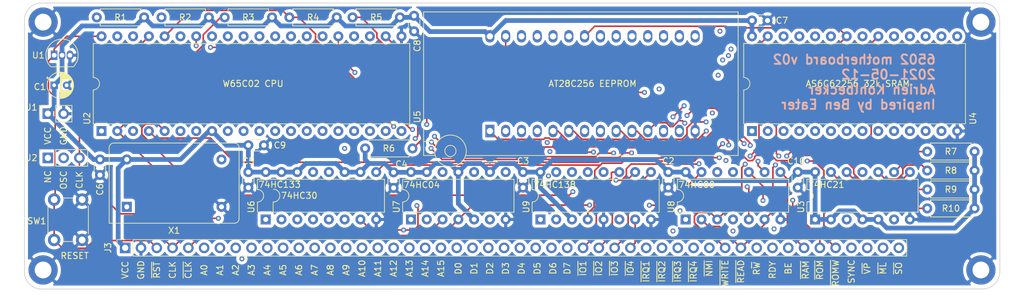
<source format=kicad_pcb>
(kicad_pcb (version 20171130) (host pcbnew "(5.1.9-0-10_14)")
  (layers (0 F.Cu signal) (1 In1.Cu signal) (2 In2.Cu signal) (31 B.Cu power) (34 B.Paste user) (35 F.Paste user) (36 B.SilkS user) (37 F.SilkS user) (38 B.Mask user) (39 F.Mask user) (44 Edge.Cuts user))
  (net 0 "")
  (net 1 GND)
  (net 2 VCC)
  (net 3 CLK)
  (net 4 "Net-(J2-Pad2)")
  (net 5 ~READ)
  (net 6 ~WRITE)
  (net 7 NMI)
  (net 8 IRQ4)
  (net 9 IRQ3)
  (net 10 IRQ2)
  (net 11 IRQ1)
  (net 12 IO4)
  (net 13 IO3)
  (net 14 IO2)
  (net 15 IO1)
  (net 16 /d7)
  (net 17 /d6)
  (net 18 /d5)
  (net 19 /d4)
  (net 20 /d3)
  (net 21 /d2)
  (net 22 /d1)
  (net 23 /d0)
  (net 24 /a15)
  (net 25 /a14)
  (net 26 /a13)
  (net 27 /a12)
  (net 28 /a11)
  (net 29 /a10)
  (net 30 /a9)
  (net 31 /a8)
  (net 32 /a7)
  (net 33 /a6)
  (net 34 /a5)
  (net 35 /a4)
  (net 36 /a3)
  (net 37 /a2)
  (net 38 /a1)
  (net 39 /a0)
  (net 40 ~CLK)
  (net 41 RST)
  (net 42 SO)
  (net 43 ML)
  (net 44 VP)
  (net 45 SYNC)
  (net 46 ROM_~WE)
  (net 47 ROM_~CS)
  (net 48 RAM_~CS)
  (net 49 BE)
  (net 50 RDY)
  (net 51 RW)
  (net 52 IRQ)
  (net 53 "Net-(U6-Pad9)")
  (net 54 "Net-(U8-Pad1)")
  (module AK's_Footprints:PinSocket_1x50_P2.54mm_Vertical (layer F.Cu) (at 74.168 120.904 90)
    (fp_text reference J3 (at 0 -2.77 90) (layer F.SilkS))
    (fp_text value Conn_01x50)
    (pad 49 thru_hole oval (at 0 121.92 90) (size 1.7 1.7) (drill 1) (layers *.Cu *.Mask) (net 43 ML))
    (pad 50 thru_hole oval (at 0 124.46 90) (size 1.7 1.7) (drill 1) (layers *.Cu *.Mask) (net 42 SO))
    (pad 48 thru_hole oval (at 0 119.38 90) (size 1.7 1.7) (drill 1) (layers *.Cu *.Mask) (net 44 VP))
    (pad 47 thru_hole oval (at 0 116.84 90) (size 1.7 1.7) (drill 1) (layers *.Cu *.Mask) (net 45 SYNC))
    (pad 46 thru_hole oval (at 0 114.3 90) (size 1.7 1.7) (drill 1) (layers *.Cu *.Mask) (net 46 ROM_~WE))
    (pad 45 thru_hole oval (at 0 111.76 90) (size 1.7 1.7) (drill 1) (layers *.Cu *.Mask) (net 47 ROM_~CS))
    (pad 44 thru_hole oval (at 0 109.22 90) (size 1.7 1.7) (drill 1) (layers *.Cu *.Mask) (net 48 RAM_~CS))
    (pad 43 thru_hole oval (at 0 106.68 90) (size 1.7 1.7) (drill 1) (layers *.Cu *.Mask) (net 49 BE))
    (pad 42 thru_hole oval (at 0 104.14 90) (size 1.7 1.7) (drill 1) (layers *.Cu *.Mask) (net 50 RDY))
    (pad 41 thru_hole oval (at 0 101.6 90) (size 1.7 1.7) (drill 1) (layers *.Cu *.Mask) (net 51 RW))
    (pad 1 thru_hole rect (at 0 0 90) (size 1.7 1.7) (drill 1) (layers *.Cu *.Mask) (net 2 VCC))
    (pad 2 thru_hole oval (at 0 2.54 90) (size 1.7 1.7) (drill 1) (layers *.Cu *.Mask) (net 1 GND))
    (pad 3 thru_hole oval (at 0 5.08 90) (size 1.7 1.7) (drill 1) (layers *.Cu *.Mask) (net 41 RST))
    (pad 4 thru_hole oval (at 0 7.62 90) (size 1.7 1.7) (drill 1) (layers *.Cu *.Mask) (net 3 CLK))
    (pad 5 thru_hole oval (at 0 10.16 90) (size 1.7 1.7) (drill 1) (layers *.Cu *.Mask) (net 40 ~CLK))
    (pad 6 thru_hole oval (at 0 12.7 90) (size 1.7 1.7) (drill 1) (layers *.Cu *.Mask) (net 39 /a0))
    (pad 7 thru_hole oval (at 0 15.24 90) (size 1.7 1.7) (drill 1) (layers *.Cu *.Mask) (net 38 /a1))
    (pad 8 thru_hole oval (at 0 17.78 90) (size 1.7 1.7) (drill 1) (layers *.Cu *.Mask) (net 37 /a2))
    (pad 9 thru_hole oval (at 0 20.32 90) (size 1.7 1.7) (drill 1) (layers *.Cu *.Mask) (net 36 /a3))
    (pad 10 thru_hole oval (at 0 22.86 90) (size 1.7 1.7) (drill 1) (layers *.Cu *.Mask) (net 35 /a4))
    (pad 11 thru_hole oval (at 0 25.4 90) (size 1.7 1.7) (drill 1) (layers *.Cu *.Mask) (net 34 /a5))
    (pad 12 thru_hole oval (at 0 27.94 90) (size 1.7 1.7) (drill 1) (layers *.Cu *.Mask) (net 33 /a6))
    (pad 13 thru_hole oval (at 0 30.48 90) (size 1.7 1.7) (drill 1) (layers *.Cu *.Mask) (net 32 /a7))
    (pad 14 thru_hole oval (at 0 33.02 90) (size 1.7 1.7) (drill 1) (layers *.Cu *.Mask) (net 31 /a8))
    (pad 15 thru_hole oval (at 0 35.56 90) (size 1.7 1.7) (drill 1) (layers *.Cu *.Mask) (net 30 /a9))
    (pad 16 thru_hole oval (at 0 38.1 90) (size 1.7 1.7) (drill 1) (layers *.Cu *.Mask) (net 29 /a10))
    (pad 17 thru_hole oval (at 0 40.64 90) (size 1.7 1.7) (drill 1) (layers *.Cu *.Mask) (net 28 /a11))
    (pad 18 thru_hole oval (at 0 43.18 90) (size 1.7 1.7) (drill 1) (layers *.Cu *.Mask) (net 27 /a12))
    (pad 19 thru_hole oval (at 0 45.72 90) (size 1.7 1.7) (drill 1) (layers *.Cu *.Mask) (net 26 /a13))
    (pad 20 thru_hole oval (at 0 48.26 90) (size 1.7 1.7) (drill 1) (layers *.Cu *.Mask) (net 25 /a14))
    (pad 21 thru_hole oval (at 0 50.8 90) (size 1.7 1.7) (drill 1) (layers *.Cu *.Mask) (net 24 /a15))
    (pad 22 thru_hole oval (at 0 53.34 90) (size 1.7 1.7) (drill 1) (layers *.Cu *.Mask) (net 23 /d0))
    (pad 23 thru_hole oval (at 0 55.88 90) (size 1.7 1.7) (drill 1) (layers *.Cu *.Mask) (net 22 /d1))
    (pad 24 thru_hole oval (at 0 58.42 90) (size 1.7 1.7) (drill 1) (layers *.Cu *.Mask) (net 21 /d2))
    (pad 25 thru_hole oval (at 0 60.96 90) (size 1.7 1.7) (drill 1) (layers *.Cu *.Mask) (net 20 /d3))
    (pad 26 thru_hole oval (at 0 63.5 90) (size 1.7 1.7) (drill 1) (layers *.Cu *.Mask) (net 19 /d4))
    (pad 27 thru_hole oval (at 0 66.04 90) (size 1.7 1.7) (drill 1) (layers *.Cu *.Mask) (net 18 /d5))
    (pad 28 thru_hole oval (at 0 68.58 90) (size 1.7 1.7) (drill 1) (layers *.Cu *.Mask) (net 17 /d6))
    (pad 29 thru_hole oval (at 0 71.12 90) (size 1.7 1.7) (drill 1) (layers *.Cu *.Mask) (net 16 /d7))
    (pad 30 thru_hole oval (at 0 73.66 90) (size 1.7 1.7) (drill 1) (layers *.Cu *.Mask) (net 15 IO1))
    (pad 31 thru_hole oval (at 0 76.2 90) (size 1.7 1.7) (drill 1) (layers *.Cu *.Mask) (net 14 IO2))
    (pad 32 thru_hole oval (at 0 78.74 90) (size 1.7 1.7) (drill 1) (layers *.Cu *.Mask) (net 13 IO3))
    (pad 33 thru_hole oval (at 0 81.28 90) (size 1.7 1.7) (drill 1) (layers *.Cu *.Mask) (net 12 IO4))
    (pad 34 thru_hole oval (at 0 83.82 90) (size 1.7 1.7) (drill 1) (layers *.Cu *.Mask) (net 11 IRQ1))
    (pad 35 thru_hole oval (at 0 86.36 90) (size 1.7 1.7) (drill 1) (layers *.Cu *.Mask) (net 10 IRQ2))
    (pad 36 thru_hole oval (at 0 88.9 90) (size 1.7 1.7) (drill 1) (layers *.Cu *.Mask) (net 9 IRQ3))
    (pad 37 thru_hole oval (at 0 91.44 90) (size 1.7 1.7) (drill 1) (layers *.Cu *.Mask) (net 8 IRQ4))
    (pad 38 thru_hole oval (at 0 93.98 90) (size 1.7 1.7) (drill 1) (layers *.Cu *.Mask) (net 7 NMI))
    (pad 39 thru_hole oval (at 0 96.52 90) (size 1.7 1.7) (drill 1) (layers *.Cu *.Mask) (net 6 ~WRITE))
    (pad 40 thru_hole oval (at 0 99.06 90) (size 1.7 1.7) (drill 1) (layers *.Cu *.Mask) (net 5 ~READ))
  )
  (module Socket:DIP_Socket-28_W11.9_W12.7_W15.24_W17.78_W18.5_3M_228-1277-00-0602J (layer F.Cu) (at 132.842 102.108 90)
    (fp_text reference U5 (at 2.286 -11.684 90) (layer F.SilkS))
    (fp_text value 28C256)
    (pad 15 thru_hole oval (at 15.24 33.02 90) (size 2 1.44) (drill 1) (layers *.Cu *.Mask) (net 20 /d3))
    (pad 14 thru_hole oval (at 0 33.02 90) (size 2 1.44) (drill 1) (layers *.Cu *.Mask) (net 1 GND))
    (pad 16 thru_hole oval (at 15.24 30.48 90) (size 2 1.44) (drill 1) (layers *.Cu *.Mask) (net 19 /d4))
    (pad 13 thru_hole oval (at 0 30.48 90) (size 2 1.44) (drill 1) (layers *.Cu *.Mask) (net 21 /d2))
    (pad 17 thru_hole oval (at 15.24 27.94 90) (size 2 1.44) (drill 1) (layers *.Cu *.Mask) (net 18 /d5))
    (pad 12 thru_hole oval (at 0 27.94 90) (size 2 1.44) (drill 1) (layers *.Cu *.Mask) (net 22 /d1))
    (pad 18 thru_hole oval (at 15.24 25.4 90) (size 2 1.44) (drill 1) (layers *.Cu *.Mask) (net 17 /d6))
    (pad 11 thru_hole oval (at 0 25.4 90) (size 2 1.44) (drill 1) (layers *.Cu *.Mask) (net 23 /d0))
    (pad 19 thru_hole oval (at 15.24 22.86 90) (size 2 1.44) (drill 1) (layers *.Cu *.Mask) (net 16 /d7))
    (pad 10 thru_hole oval (at 0 22.86 90) (size 2 1.44) (drill 1) (layers *.Cu *.Mask) (net 39 /a0))
    (pad 20 thru_hole oval (at 15.24 20.32 90) (size 2 1.44) (drill 1) (layers *.Cu *.Mask) (net 47 ROM_~CS))
    (pad 9 thru_hole oval (at 0 20.32 90) (size 2 1.44) (drill 1) (layers *.Cu *.Mask) (net 38 /a1))
    (pad 21 thru_hole oval (at 15.24 17.78 90) (size 2 1.44) (drill 1) (layers *.Cu *.Mask) (net 29 /a10))
    (pad 8 thru_hole oval (at 0 17.78 90) (size 2 1.44) (drill 1) (layers *.Cu *.Mask) (net 37 /a2))
    (pad 22 thru_hole oval (at 15.24 15.24 90) (size 2 1.44) (drill 1) (layers *.Cu *.Mask) (net 5 ~READ))
    (pad 7 thru_hole oval (at 0 15.24 90) (size 2 1.44) (drill 1) (layers *.Cu *.Mask) (net 36 /a3))
    (pad 23 thru_hole oval (at 15.24 12.7 90) (size 2 1.44) (drill 1) (layers *.Cu *.Mask) (net 28 /a11))
    (pad 6 thru_hole oval (at 0 12.7 90) (size 2 1.44) (drill 1) (layers *.Cu *.Mask) (net 35 /a4))
    (pad 24 thru_hole oval (at 15.24 10.16 90) (size 2 1.44) (drill 1) (layers *.Cu *.Mask) (net 30 /a9))
    (pad 5 thru_hole oval (at 0 10.16 90) (size 2 1.44) (drill 1) (layers *.Cu *.Mask) (net 34 /a5))
    (pad 25 thru_hole oval (at 15.24 7.62 90) (size 2 1.44) (drill 1) (layers *.Cu *.Mask) (net 31 /a8))
    (pad 4 thru_hole oval (at 0 7.62 90) (size 2 1.44) (drill 1) (layers *.Cu *.Mask) (net 33 /a6))
    (pad 26 thru_hole oval (at 15.24 5.08 90) (size 2 1.44) (drill 1) (layers *.Cu *.Mask) (net 26 /a13))
    (pad 3 thru_hole oval (at 0 5.08 90) (size 2 1.44) (drill 1) (layers *.Cu *.Mask) (net 32 /a7))
    (pad 27 thru_hole oval (at 15.24 2.54 90) (size 2 1.44) (drill 1) (layers *.Cu *.Mask) (net 46 ROM_~WE))
    (pad 2 thru_hole oval (at 0 2.54 90) (size 2 1.44) (drill 1) (layers *.Cu *.Mask) (net 27 /a12))
    (pad 28 thru_hole oval (at 15.24 0 90) (size 2 1.44) (drill 1) (layers *.Cu *.Mask) (net 2 VCC))
    (pad 1 thru_hole rect (at 0 0 90) (size 2 1.44) (drill 1) (layers *.Cu *.Mask) (net 25 /a14))
  )
  (module Oscillator:Oscillator_DIP-14 (layer F.Cu) (at 74.422 114.3)
    (fp_text reference X1 (at 7.62 3.81) (layer F.SilkS))
    (fp_text value ACO-xxxMHz)
    (pad 7 thru_hole circle (at 15.24 0) (size 1.6 1.6) (drill 0.8) (layers *.Cu *.Mask) (net 1 GND))
    (pad 8 thru_hole circle (at 15.24 -7.62) (size 1.6 1.6) (drill 0.8) (layers *.Cu *.Mask) (net 4 "Net-(J2-Pad2)"))
    (pad 14 thru_hole circle (at 0 -7.62) (size 1.6 1.6) (drill 0.8) (layers *.Cu *.Mask) (net 2 VCC))
    (pad 1 thru_hole rect (at 0 0) (size 1.6 1.6) (drill 0.8) (layers *.Cu *.Mask))
  )
  (module Package_DIP:DIP-40_W15.24mm (layer F.Cu) (at 70.358 102.108 90)
    (fp_text reference U2 (at 2.032 -2.33 90) (layer F.SilkS))
    (fp_text value W65C02SxP)
    (pad 40 thru_hole oval (at 15.24 0 90) (size 1.6 1.6) (drill 0.8) (layers *.Cu *.Mask) (net 41 RST))
    (pad 20 thru_hole oval (at 0 48.26 90) (size 1.6 1.6) (drill 0.8) (layers *.Cu *.Mask) (net 28 /a11))
    (pad 39 thru_hole oval (at 15.24 2.54 90) (size 1.6 1.6) (drill 0.8) (layers *.Cu *.Mask))
    (pad 19 thru_hole oval (at 0 45.72 90) (size 1.6 1.6) (drill 0.8) (layers *.Cu *.Mask) (net 29 /a10))
    (pad 38 thru_hole oval (at 15.24 5.08 90) (size 1.6 1.6) (drill 0.8) (layers *.Cu *.Mask) (net 42 SO))
    (pad 18 thru_hole oval (at 0 43.18 90) (size 1.6 1.6) (drill 0.8) (layers *.Cu *.Mask) (net 30 /a9))
    (pad 37 thru_hole oval (at 15.24 7.62 90) (size 1.6 1.6) (drill 0.8) (layers *.Cu *.Mask) (net 3 CLK))
    (pad 17 thru_hole oval (at 0 40.64 90) (size 1.6 1.6) (drill 0.8) (layers *.Cu *.Mask) (net 31 /a8))
    (pad 36 thru_hole oval (at 15.24 10.16 90) (size 1.6 1.6) (drill 0.8) (layers *.Cu *.Mask) (net 49 BE))
    (pad 16 thru_hole oval (at 0 38.1 90) (size 1.6 1.6) (drill 0.8) (layers *.Cu *.Mask) (net 32 /a7))
    (pad 35 thru_hole oval (at 15.24 12.7 90) (size 1.6 1.6) (drill 0.8) (layers *.Cu *.Mask))
    (pad 15 thru_hole oval (at 0 35.56 90) (size 1.6 1.6) (drill 0.8) (layers *.Cu *.Mask) (net 33 /a6))
    (pad 34 thru_hole oval (at 15.24 15.24 90) (size 1.6 1.6) (drill 0.8) (layers *.Cu *.Mask) (net 51 RW))
    (pad 14 thru_hole oval (at 0 33.02 90) (size 1.6 1.6) (drill 0.8) (layers *.Cu *.Mask) (net 34 /a5))
    (pad 33 thru_hole oval (at 15.24 17.78 90) (size 1.6 1.6) (drill 0.8) (layers *.Cu *.Mask) (net 23 /d0))
    (pad 13 thru_hole oval (at 0 30.48 90) (size 1.6 1.6) (drill 0.8) (layers *.Cu *.Mask) (net 35 /a4))
    (pad 32 thru_hole oval (at 15.24 20.32 90) (size 1.6 1.6) (drill 0.8) (layers *.Cu *.Mask) (net 22 /d1))
    (pad 12 thru_hole oval (at 0 27.94 90) (size 1.6 1.6) (drill 0.8) (layers *.Cu *.Mask) (net 36 /a3))
    (pad 31 thru_hole oval (at 15.24 22.86 90) (size 1.6 1.6) (drill 0.8) (layers *.Cu *.Mask) (net 21 /d2))
    (pad 11 thru_hole oval (at 0 25.4 90) (size 1.6 1.6) (drill 0.8) (layers *.Cu *.Mask) (net 37 /a2))
    (pad 30 thru_hole oval (at 15.24 25.4 90) (size 1.6 1.6) (drill 0.8) (layers *.Cu *.Mask) (net 20 /d3))
    (pad 10 thru_hole oval (at 0 22.86 90) (size 1.6 1.6) (drill 0.8) (layers *.Cu *.Mask) (net 38 /a1))
    (pad 29 thru_hole oval (at 15.24 27.94 90) (size 1.6 1.6) (drill 0.8) (layers *.Cu *.Mask) (net 19 /d4))
    (pad 9 thru_hole oval (at 0 20.32 90) (size 1.6 1.6) (drill 0.8) (layers *.Cu *.Mask) (net 39 /a0))
    (pad 28 thru_hole oval (at 15.24 30.48 90) (size 1.6 1.6) (drill 0.8) (layers *.Cu *.Mask) (net 18 /d5))
    (pad 8 thru_hole oval (at 0 17.78 90) (size 1.6 1.6) (drill 0.8) (layers *.Cu *.Mask) (net 2 VCC))
    (pad 27 thru_hole oval (at 15.24 33.02 90) (size 1.6 1.6) (drill 0.8) (layers *.Cu *.Mask) (net 17 /d6))
    (pad 7 thru_hole oval (at 0 15.24 90) (size 1.6 1.6) (drill 0.8) (layers *.Cu *.Mask) (net 45 SYNC))
    (pad 26 thru_hole oval (at 15.24 35.56 90) (size 1.6 1.6) (drill 0.8) (layers *.Cu *.Mask) (net 16 /d7))
    (pad 6 thru_hole oval (at 0 12.7 90) (size 1.6 1.6) (drill 0.8) (layers *.Cu *.Mask) (net 7 NMI))
    (pad 25 thru_hole oval (at 15.24 38.1 90) (size 1.6 1.6) (drill 0.8) (layers *.Cu *.Mask) (net 24 /a15))
    (pad 5 thru_hole oval (at 0 10.16 90) (size 1.6 1.6) (drill 0.8) (layers *.Cu *.Mask) (net 43 ML))
    (pad 24 thru_hole oval (at 15.24 40.64 90) (size 1.6 1.6) (drill 0.8) (layers *.Cu *.Mask) (net 25 /a14))
    (pad 4 thru_hole oval (at 0 7.62 90) (size 1.6 1.6) (drill 0.8) (layers *.Cu *.Mask) (net 52 IRQ))
    (pad 23 thru_hole oval (at 15.24 43.18 90) (size 1.6 1.6) (drill 0.8) (layers *.Cu *.Mask) (net 26 /a13))
    (pad 3 thru_hole oval (at 0 5.08 90) (size 1.6 1.6) (drill 0.8) (layers *.Cu *.Mask))
    (pad 22 thru_hole oval (at 15.24 45.72 90) (size 1.6 1.6) (drill 0.8) (layers *.Cu *.Mask) (net 27 /a12))
    (pad 2 thru_hole oval (at 0 2.54 90) (size 1.6 1.6) (drill 0.8) (layers *.Cu *.Mask) (net 50 RDY))
    (pad 21 thru_hole oval (at 15.24 48.26 90) (size 1.6 1.6) (drill 0.8) (layers *.Cu *.Mask) (net 1 GND))
    (pad 1 thru_hole rect (at 0 0 90) (size 1.6 1.6) (drill 0.8) (layers *.Cu *.Mask) (net 44 VP))
  )
  (module Connector_PinSocket_2.54mm:PinSocket_1x02_P2.54mm_Vertical (layer F.Cu) (at 61.722 99.314 90)
    (fp_text reference J1 (at 1.016 -2.54 180) (layer F.SilkS))
    (fp_text value PWR_IN)
    (pad 2 thru_hole oval (at 0 2.54 90) (size 1.7 1.7) (drill 1) (layers *.Cu *.Mask) (net 1 GND))
    (pad 1 thru_hole rect (at 0 0 90) (size 1.7 1.7) (drill 1) (layers *.Cu *.Mask) (net 2 VCC))
  )
  (module Button_Switch_THT:SW_PUSH_6mm (layer F.Cu) (at 62.738 119.634 90)
    (fp_text reference SW1 (at 3.048 -2.794 180) (layer F.SilkS))
    (fp_text value RESET)
    (pad 1 thru_hole circle (at 6.5 0 180) (size 2 2) (drill 1.1) (layers *.Cu *.Mask) (net 41 RST))
    (pad 2 thru_hole circle (at 6.5 4.5 180) (size 2 2) (drill 1.1) (layers *.Cu *.Mask) (net 1 GND))
    (pad 1 thru_hole circle (at 0 0 180) (size 2 2) (drill 1.1) (layers *.Cu *.Mask) (net 41 RST))
    (pad 2 thru_hole circle (at 0 4.5 180) (size 2 2) (drill 1.1) (layers *.Cu *.Mask) (net 1 GND))
  )
  (module Resistor_THT:R_Axial_DIN0207_L6.3mm_D2.5mm_P7.62mm_Horizontal (layer F.Cu) (at 69.596 83.82)
    (fp_text reference R1 (at 3.81 0) (layer F.SilkS))
    (fp_text value 10K)
    (pad 2 thru_hole oval (at 7.62 0) (size 1.6 1.6) (drill 0.8) (layers *.Cu *.Mask) (net 2 VCC))
    (pad 1 thru_hole circle (at 0 0) (size 1.6 1.6) (drill 0.8) (layers *.Cu *.Mask) (net 7 NMI))
  )
  (module Package_DIP:DIP-14_W7.62mm (layer F.Cu) (at 164.338 116.332 90)
    (fp_text reference U8 (at 2.032 -2.33 90) (layer F.SilkS))
    (fp_text value 74HC00)
    (pad 14 thru_hole oval (at 7.62 0 90) (size 1.6 1.6) (drill 0.8) (layers *.Cu *.Mask) (net 2 VCC))
    (pad 7 thru_hole oval (at 0 15.24 90) (size 1.6 1.6) (drill 0.8) (layers *.Cu *.Mask) (net 1 GND))
    (pad 13 thru_hole oval (at 7.62 2.54 90) (size 1.6 1.6) (drill 0.8) (layers *.Cu *.Mask) (net 40 ~CLK))
    (pad 6 thru_hole oval (at 0 12.7 90) (size 1.6 1.6) (drill 0.8) (layers *.Cu *.Mask) (net 5 ~READ))
    (pad 12 thru_hole oval (at 7.62 5.08 90) (size 1.6 1.6) (drill 0.8) (layers *.Cu *.Mask) (net 49 BE))
    (pad 5 thru_hole oval (at 0 10.16 90) (size 1.6 1.6) (drill 0.8) (layers *.Cu *.Mask) (net 51 RW))
    (pad 11 thru_hole oval (at 7.62 7.62 90) (size 1.6 1.6) (drill 0.8) (layers *.Cu *.Mask) (net 54 "Net-(U8-Pad1)"))
    (pad 4 thru_hole oval (at 0 7.62 90) (size 1.6 1.6) (drill 0.8) (layers *.Cu *.Mask) (net 54 "Net-(U8-Pad1)"))
    (pad 10 thru_hole oval (at 7.62 10.16 90) (size 1.6 1.6) (drill 0.8) (layers *.Cu *.Mask) (net 47 ROM_~CS))
    (pad 3 thru_hole oval (at 0 5.08 90) (size 1.6 1.6) (drill 0.8) (layers *.Cu *.Mask) (net 6 ~WRITE))
    (pad 9 thru_hole oval (at 7.62 12.7 90) (size 1.6 1.6) (drill 0.8) (layers *.Cu *.Mask) (net 53 "Net-(U6-Pad9)"))
    (pad 2 thru_hole oval (at 0 2.54 90) (size 1.6 1.6) (drill 0.8) (layers *.Cu *.Mask) (net 5 ~READ))
    (pad 8 thru_hole oval (at 7.62 15.24 90) (size 1.6 1.6) (drill 0.8) (layers *.Cu *.Mask) (net 48 RAM_~CS))
    (pad 1 thru_hole rect (at 0 0 90) (size 1.6 1.6) (drill 0.8) (layers *.Cu *.Mask) (net 54 "Net-(U8-Pad1)"))
  )
  (module Package_DIP:DIP-14_W7.62mm (layer F.Cu) (at 120.142 116.332 90)
    (fp_text reference U7 (at 2.032 -2.33 90) (layer F.SilkS))
    (fp_text value 74HC04)
    (pad 14 thru_hole oval (at 7.62 0 90) (size 1.6 1.6) (drill 0.8) (layers *.Cu *.Mask) (net 2 VCC))
    (pad 7 thru_hole oval (at 0 15.24 90) (size 1.6 1.6) (drill 0.8) (layers *.Cu *.Mask) (net 1 GND))
    (pad 13 thru_hole oval (at 7.62 2.54 90) (size 1.6 1.6) (drill 0.8) (layers *.Cu *.Mask) (net 2 VCC))
    (pad 6 thru_hole oval (at 0 12.7 90) (size 1.6 1.6) (drill 0.8) (layers *.Cu *.Mask))
    (pad 12 thru_hole oval (at 7.62 5.08 90) (size 1.6 1.6) (drill 0.8) (layers *.Cu *.Mask))
    (pad 5 thru_hole oval (at 0 10.16 90) (size 1.6 1.6) (drill 0.8) (layers *.Cu *.Mask) (net 2 VCC))
    (pad 11 thru_hole oval (at 7.62 7.62 90) (size 1.6 1.6) (drill 0.8) (layers *.Cu *.Mask) (net 2 VCC))
    (pad 4 thru_hole oval (at 0 7.62 90) (size 1.6 1.6) (drill 0.8) (layers *.Cu *.Mask) (net 40 ~CLK))
    (pad 10 thru_hole oval (at 7.62 10.16 90) (size 1.6 1.6) (drill 0.8) (layers *.Cu *.Mask))
    (pad 3 thru_hole oval (at 0 5.08 90) (size 1.6 1.6) (drill 0.8) (layers *.Cu *.Mask) (net 3 CLK))
    (pad 9 thru_hole oval (at 7.62 12.7 90) (size 1.6 1.6) (drill 0.8) (layers *.Cu *.Mask) (net 2 VCC))
    (pad 2 thru_hole oval (at 0 2.54 90) (size 1.6 1.6) (drill 0.8) (layers *.Cu *.Mask) (net 47 ROM_~CS))
    (pad 8 thru_hole oval (at 7.62 15.24 90) (size 1.6 1.6) (drill 0.8) (layers *.Cu *.Mask))
    (pad 1 thru_hole rect (at 0 0 90) (size 1.6 1.6) (drill 0.8) (layers *.Cu *.Mask) (net 24 /a15))
  )
  (module MountingHole:MountingHole_2.7mm_M2.5_DIN965_Pad (layer F.Cu) (at 60.96 124.46)
    (fp_text reference H4 hide)
    (fp_text value MountingHole_Pad)
    (pad 1 thru_hole circle (at 0 0) (size 4.7 4.7) (drill 2.7) (layers *.Cu *.Mask) (net 1 GND))
  )
  (module MountingHole:MountingHole_2.7mm_M2.5_DIN965_Pad (layer F.Cu) (at 211.836 124.46)
    (fp_text reference H3 hide)
    (fp_text value MountingHole_Pad)
    (pad 1 thru_hole circle (at 0 0) (size 4.7 4.7) (drill 2.7) (layers *.Cu *.Mask) (net 1 GND))
  )
  (module MountingHole:MountingHole_2.7mm_M2.5_DIN965_Pad (layer F.Cu) (at 60.96 84.582)
    (fp_text reference H2 hide)
    (fp_text value MountingHole_Pad)
    (pad 1 thru_hole circle (at 0 0) (size 4.7 4.7) (drill 2.7) (layers *.Cu *.Mask) (net 1 GND))
  )
  (module MountingHole:MountingHole_2.7mm_M2.5_DIN965_Pad (layer F.Cu) (at 211.836 84.582)
    (fp_text reference H1 hide)
    (fp_text value MountingHole_Pad)
    (pad 1 thru_hole circle (at 0 0) (size 4.7 4.7) (drill 2.7) (layers *.Cu *.Mask) (net 1 GND))
  )
  (module Package_DIP:DIP-14_W7.62mm (layer F.Cu) (at 185.166 116.332 90)
    (fp_text reference U3 (at 2.032 -2.286 90) (layer F.SilkS))
    (fp_text value 74HC21)
    (pad 14 thru_hole oval (at 7.62 0 90) (size 1.6 1.6) (drill 0.8) (layers *.Cu *.Mask) (net 2 VCC))
    (pad 7 thru_hole oval (at 0 15.24 90) (size 1.6 1.6) (drill 0.8) (layers *.Cu *.Mask) (net 1 GND))
    (pad 13 thru_hole oval (at 7.62 2.54 90) (size 1.6 1.6) (drill 0.8) (layers *.Cu *.Mask) (net 8 IRQ4))
    (pad 6 thru_hole oval (at 0 12.7 90) (size 1.6 1.6) (drill 0.8) (layers *.Cu *.Mask))
    (pad 12 thru_hole oval (at 7.62 5.08 90) (size 1.6 1.6) (drill 0.8) (layers *.Cu *.Mask) (net 9 IRQ3))
    (pad 5 thru_hole oval (at 0 10.16 90) (size 1.6 1.6) (drill 0.8) (layers *.Cu *.Mask) (net 2 VCC))
    (pad 11 thru_hole oval (at 7.62 7.62 90) (size 1.6 1.6) (drill 0.8) (layers *.Cu *.Mask))
    (pad 4 thru_hole oval (at 0 7.62 90) (size 1.6 1.6) (drill 0.8) (layers *.Cu *.Mask) (net 2 VCC))
    (pad 10 thru_hole oval (at 7.62 10.16 90) (size 1.6 1.6) (drill 0.8) (layers *.Cu *.Mask) (net 10 IRQ2))
    (pad 3 thru_hole oval (at 0 5.08 90) (size 1.6 1.6) (drill 0.8) (layers *.Cu *.Mask))
    (pad 9 thru_hole oval (at 7.62 12.7 90) (size 1.6 1.6) (drill 0.8) (layers *.Cu *.Mask) (net 11 IRQ1))
    (pad 2 thru_hole oval (at 0 2.54 90) (size 1.6 1.6) (drill 0.8) (layers *.Cu *.Mask) (net 2 VCC))
    (pad 8 thru_hole oval (at 7.62 15.24 90) (size 1.6 1.6) (drill 0.8) (layers *.Cu *.Mask) (net 52 IRQ))
    (pad 1 thru_hole rect (at 0 0 90) (size 1.6 1.6) (drill 0.8) (layers *.Cu *.Mask) (net 2 VCC))
  )
  (module Package_DIP:DIP-16_W7.62mm (layer F.Cu) (at 140.97 116.332 90)
    (fp_text reference U9 (at 2.032 -2.286 90) (layer F.SilkS))
    (fp_text value 74HC138)
    (pad 16 thru_hole oval (at 7.62 0 90) (size 1.6 1.6) (drill 0.8) (layers *.Cu *.Mask) (net 2 VCC))
    (pad 8 thru_hole oval (at 0 17.78 90) (size 1.6 1.6) (drill 0.8) (layers *.Cu *.Mask) (net 1 GND))
    (pad 15 thru_hole oval (at 7.62 2.54 90) (size 1.6 1.6) (drill 0.8) (layers *.Cu *.Mask))
    (pad 7 thru_hole oval (at 0 15.24 90) (size 1.6 1.6) (drill 0.8) (layers *.Cu *.Mask) (net 12 IO4))
    (pad 14 thru_hole oval (at 7.62 5.08 90) (size 1.6 1.6) (drill 0.8) (layers *.Cu *.Mask))
    (pad 6 thru_hole oval (at 0 12.7 90) (size 1.6 1.6) (drill 0.8) (layers *.Cu *.Mask) (net 47 ROM_~CS))
    (pad 13 thru_hole oval (at 7.62 7.62 90) (size 1.6 1.6) (drill 0.8) (layers *.Cu *.Mask))
    (pad 5 thru_hole oval (at 0 10.16 90) (size 1.6 1.6) (drill 0.8) (layers *.Cu *.Mask) (net 1 GND))
    (pad 12 thru_hole oval (at 7.62 10.16 90) (size 1.6 1.6) (drill 0.8) (layers *.Cu *.Mask))
    (pad 4 thru_hole oval (at 0 7.62 90) (size 1.6 1.6) (drill 0.8) (layers *.Cu *.Mask) (net 53 "Net-(U6-Pad9)"))
    (pad 11 thru_hole oval (at 7.62 12.7 90) (size 1.6 1.6) (drill 0.8) (layers *.Cu *.Mask) (net 15 IO1))
    (pad 3 thru_hole oval (at 0 5.08 90) (size 1.6 1.6) (drill 0.8) (layers *.Cu *.Mask) (net 2 VCC))
    (pad 10 thru_hole oval (at 7.62 15.24 90) (size 1.6 1.6) (drill 0.8) (layers *.Cu *.Mask) (net 14 IO2))
    (pad 2 thru_hole oval (at 0 2.54 90) (size 1.6 1.6) (drill 0.8) (layers *.Cu *.Mask) (net 34 /a5))
    (pad 9 thru_hole oval (at 7.62 17.78 90) (size 1.6 1.6) (drill 0.8) (layers *.Cu *.Mask) (net 13 IO3))
    (pad 1 thru_hole rect (at 0 0 90) (size 1.6 1.6) (drill 0.8) (layers *.Cu *.Mask) (net 35 /a4))
  )
  (module Package_DIP:DIP-16_W7.62mm (layer F.Cu) (at 96.774 116.332 90)
    (fp_text reference U6 (at 2.032 -2.33 90) (layer F.SilkS))
    (fp_text value 74HC133)
    (pad 16 thru_hole oval (at 7.62 0 90) (size 1.6 1.6) (drill 0.8) (layers *.Cu *.Mask) (net 2 VCC))
    (pad 8 thru_hole oval (at 0 17.78 90) (size 1.6 1.6) (drill 0.8) (layers *.Cu *.Mask) (net 1 GND))
    (pad 15 thru_hole oval (at 7.62 2.54 90) (size 1.6 1.6) (drill 0.8) (layers *.Cu *.Mask) (net 2 VCC))
    (pad 7 thru_hole oval (at 0 15.24 90) (size 1.6 1.6) (drill 0.8) (layers *.Cu *.Mask) (net 27 /a12))
    (pad 14 thru_hole oval (at 7.62 5.08 90) (size 1.6 1.6) (drill 0.8) (layers *.Cu *.Mask) (net 2 VCC))
    (pad 6 thru_hole oval (at 0 12.7 90) (size 1.6 1.6) (drill 0.8) (layers *.Cu *.Mask) (net 28 /a11))
    (pad 13 thru_hole oval (at 7.62 7.62 90) (size 1.6 1.6) (drill 0.8) (layers *.Cu *.Mask) (net 25 /a14))
    (pad 5 thru_hole oval (at 0 10.16 90) (size 1.6 1.6) (drill 0.8) (layers *.Cu *.Mask) (net 29 /a10))
    (pad 12 thru_hole oval (at 7.62 10.16 90) (size 1.6 1.6) (drill 0.8) (layers *.Cu *.Mask) (net 26 /a13))
    (pad 4 thru_hole oval (at 0 7.62 90) (size 1.6 1.6) (drill 0.8) (layers *.Cu *.Mask) (net 30 /a9))
    (pad 11 thru_hole oval (at 7.62 12.7 90) (size 1.6 1.6) (drill 0.8) (layers *.Cu *.Mask) (net 2 VCC))
    (pad 3 thru_hole oval (at 0 5.08 90) (size 1.6 1.6) (drill 0.8) (layers *.Cu *.Mask) (net 31 /a8))
    (pad 10 thru_hole oval (at 7.62 15.24 90) (size 1.6 1.6) (drill 0.8) (layers *.Cu *.Mask) (net 2 VCC))
    (pad 2 thru_hole oval (at 0 2.54 90) (size 1.6 1.6) (drill 0.8) (layers *.Cu *.Mask) (net 32 /a7))
    (pad 9 thru_hole oval (at 7.62 17.78 90) (size 1.6 1.6) (drill 0.8) (layers *.Cu *.Mask) (net 53 "Net-(U6-Pad9)"))
    (pad 1 thru_hole rect (at 0 0 90) (size 1.6 1.6) (drill 0.8) (layers *.Cu *.Mask) (net 33 /a6))
  )
  (module Package_DIP:DIP-28_W15.24mm (layer F.Cu) (at 175.006 102.108 90)
    (fp_text reference U4 (at 2.032 35.56 90) (layer F.SilkS))
    (fp_text value CY62256-70PC)
    (pad 28 thru_hole oval (at 15.24 0 90) (size 1.6 1.6) (drill 0.8) (layers *.Cu *.Mask) (net 2 VCC))
    (pad 14 thru_hole oval (at 0 33.02 90) (size 1.6 1.6) (drill 0.8) (layers *.Cu *.Mask) (net 1 GND))
    (pad 27 thru_hole oval (at 15.24 2.54 90) (size 1.6 1.6) (drill 0.8) (layers *.Cu *.Mask) (net 6 ~WRITE))
    (pad 13 thru_hole oval (at 0 30.48 90) (size 1.6 1.6) (drill 0.8) (layers *.Cu *.Mask) (net 21 /d2))
    (pad 26 thru_hole oval (at 15.24 5.08 90) (size 1.6 1.6) (drill 0.8) (layers *.Cu *.Mask) (net 26 /a13))
    (pad 12 thru_hole oval (at 0 27.94 90) (size 1.6 1.6) (drill 0.8) (layers *.Cu *.Mask) (net 22 /d1))
    (pad 25 thru_hole oval (at 15.24 7.62 90) (size 1.6 1.6) (drill 0.8) (layers *.Cu *.Mask) (net 31 /a8))
    (pad 11 thru_hole oval (at 0 25.4 90) (size 1.6 1.6) (drill 0.8) (layers *.Cu *.Mask) (net 23 /d0))
    (pad 24 thru_hole oval (at 15.24 10.16 90) (size 1.6 1.6) (drill 0.8) (layers *.Cu *.Mask) (net 30 /a9))
    (pad 10 thru_hole oval (at 0 22.86 90) (size 1.6 1.6) (drill 0.8) (layers *.Cu *.Mask) (net 39 /a0))
    (pad 23 thru_hole oval (at 15.24 12.7 90) (size 1.6 1.6) (drill 0.8) (layers *.Cu *.Mask) (net 28 /a11))
    (pad 9 thru_hole oval (at 0 20.32 90) (size 1.6 1.6) (drill 0.8) (layers *.Cu *.Mask) (net 38 /a1))
    (pad 22 thru_hole oval (at 15.24 15.24 90) (size 1.6 1.6) (drill 0.8) (layers *.Cu *.Mask) (net 5 ~READ))
    (pad 8 thru_hole oval (at 0 17.78 90) (size 1.6 1.6) (drill 0.8) (layers *.Cu *.Mask) (net 37 /a2))
    (pad 21 thru_hole oval (at 15.24 17.78 90) (size 1.6 1.6) (drill 0.8) (layers *.Cu *.Mask) (net 29 /a10))
    (pad 7 thru_hole oval (at 0 15.24 90) (size 1.6 1.6) (drill 0.8) (layers *.Cu *.Mask) (net 36 /a3))
    (pad 20 thru_hole oval (at 15.24 20.32 90) (size 1.6 1.6) (drill 0.8) (layers *.Cu *.Mask) (net 48 RAM_~CS))
    (pad 6 thru_hole oval (at 0 12.7 90) (size 1.6 1.6) (drill 0.8) (layers *.Cu *.Mask) (net 35 /a4))
    (pad 19 thru_hole oval (at 15.24 22.86 90) (size 1.6 1.6) (drill 0.8) (layers *.Cu *.Mask) (net 16 /d7))
    (pad 5 thru_hole oval (at 0 10.16 90) (size 1.6 1.6) (drill 0.8) (layers *.Cu *.Mask) (net 34 /a5))
    (pad 18 thru_hole oval (at 15.24 25.4 90) (size 1.6 1.6) (drill 0.8) (layers *.Cu *.Mask) (net 17 /d6))
    (pad 4 thru_hole oval (at 0 7.62 90) (size 1.6 1.6) (drill 0.8) (layers *.Cu *.Mask) (net 33 /a6))
    (pad 17 thru_hole oval (at 15.24 27.94 90) (size 1.6 1.6) (drill 0.8) (layers *.Cu *.Mask) (net 18 /d5))
    (pad 3 thru_hole oval (at 0 5.08 90) (size 1.6 1.6) (drill 0.8) (layers *.Cu *.Mask) (net 32 /a7))
    (pad 16 thru_hole oval (at 15.24 30.48 90) (size 1.6 1.6) (drill 0.8) (layers *.Cu *.Mask) (net 19 /d4))
    (pad 2 thru_hole oval (at 0 2.54 90) (size 1.6 1.6) (drill 0.8) (layers *.Cu *.Mask) (net 27 /a12))
    (pad 15 thru_hole oval (at 15.24 33.02 90) (size 1.6 1.6) (drill 0.8) (layers *.Cu *.Mask) (net 20 /d3))
    (pad 1 thru_hole rect (at 0 0 90) (size 1.6 1.6) (drill 0.8) (layers *.Cu *.Mask) (net 25 /a14))
  )
  (module Package_TO_SOT_THT:TO-92_Inline (layer F.Cu) (at 62.738 89.916)
    (fp_text reference U1 (at -2.54 0) (layer F.SilkS))
    (fp_text value DS1813)
    (pad 1 thru_hole rect (at 0 0) (size 1.05 1.5) (drill 0.75) (layers *.Cu *.Mask) (net 41 RST))
    (pad 3 thru_hole oval (at 2.54 0) (size 1.05 1.5) (drill 0.75) (layers *.Cu *.Mask) (net 1 GND))
    (pad 2 thru_hole oval (at 1.27 0) (size 1.05 1.5) (drill 0.75) (layers *.Cu *.Mask) (net 2 VCC))
  )
  (module Resistor_THT:R_Axial_DIN0207_L6.3mm_D2.5mm_P7.62mm_Horizontal (layer F.Cu) (at 203.2 114.554)
    (fp_text reference R10 (at 3.81 0) (layer F.SilkS))
    (fp_text value 10K)
    (pad 2 thru_hole oval (at 7.62 0) (size 1.6 1.6) (drill 0.8) (layers *.Cu *.Mask) (net 2 VCC))
    (pad 1 thru_hole circle (at 0 0) (size 1.6 1.6) (drill 0.8) (layers *.Cu *.Mask) (net 8 IRQ4))
  )
  (module Resistor_THT:R_Axial_DIN0207_L6.3mm_D2.5mm_P7.62mm_Horizontal (layer F.Cu) (at 203.2 111.506)
    (fp_text reference R9 (at 3.81 0) (layer F.SilkS))
    (fp_text value 10K)
    (pad 2 thru_hole oval (at 7.62 0) (size 1.6 1.6) (drill 0.8) (layers *.Cu *.Mask) (net 2 VCC))
    (pad 1 thru_hole circle (at 0 0) (size 1.6 1.6) (drill 0.8) (layers *.Cu *.Mask) (net 9 IRQ3))
  )
  (module Resistor_THT:R_Axial_DIN0207_L6.3mm_D2.5mm_P7.62mm_Horizontal (layer F.Cu) (at 203.2 108.458)
    (fp_text reference R8 (at 3.81 0) (layer F.SilkS))
    (fp_text value 10K)
    (pad 2 thru_hole oval (at 7.62 0) (size 1.6 1.6) (drill 0.8) (layers *.Cu *.Mask) (net 2 VCC))
    (pad 1 thru_hole circle (at 0 0) (size 1.6 1.6) (drill 0.8) (layers *.Cu *.Mask) (net 10 IRQ2))
  )
  (module Resistor_THT:R_Axial_DIN0207_L6.3mm_D2.5mm_P7.62mm_Horizontal (layer F.Cu) (at 203.2 105.41)
    (fp_text reference R7 (at 3.81 0) (layer F.SilkS))
    (fp_text value 10K)
    (pad 2 thru_hole oval (at 7.62 0) (size 1.6 1.6) (drill 0.8) (layers *.Cu *.Mask) (net 2 VCC))
    (pad 1 thru_hole circle (at 0 0) (size 1.6 1.6) (drill 0.8) (layers *.Cu *.Mask) (net 11 IRQ1))
  )
  (module Resistor_THT:R_Axial_DIN0207_L6.3mm_D2.5mm_P7.62mm_Horizontal (layer F.Cu) (at 112.776 104.902)
    (fp_text reference R6 (at 3.81 0) (layer F.SilkS))
    (fp_text value 10K)
    (pad 2 thru_hole oval (at 7.62 0) (size 1.6 1.6) (drill 0.8) (layers *.Cu *.Mask) (net 46 ROM_~WE))
    (pad 1 thru_hole circle (at 0 0) (size 1.6 1.6) (drill 0.8) (layers *.Cu *.Mask) (net 2 VCC))
  )
  (module Resistor_THT:R_Axial_DIN0207_L6.3mm_D2.5mm_P7.62mm_Horizontal (layer F.Cu) (at 110.744 83.82)
    (fp_text reference R5 (at 3.81 0) (layer F.SilkS))
    (fp_text value 10K)
    (pad 2 thru_hole oval (at 7.62 0) (size 1.6 1.6) (drill 0.8) (layers *.Cu *.Mask) (net 2 VCC))
    (pad 1 thru_hole circle (at 0 0) (size 1.6 1.6) (drill 0.8) (layers *.Cu *.Mask) (net 42 SO))
  )
  (module Resistor_THT:R_Axial_DIN0207_L6.3mm_D2.5mm_P7.62mm_Horizontal (layer F.Cu) (at 100.584 83.82)
    (fp_text reference R4 (at 3.81 0) (layer F.SilkS))
    (fp_text value 10K)
    (pad 2 thru_hole oval (at 7.62 0) (size 1.6 1.6) (drill 0.8) (layers *.Cu *.Mask) (net 2 VCC))
    (pad 1 thru_hole circle (at 0 0) (size 1.6 1.6) (drill 0.8) (layers *.Cu *.Mask) (net 49 BE))
  )
  (module Resistor_THT:R_Axial_DIN0207_L6.3mm_D2.5mm_P7.62mm_Horizontal (layer F.Cu) (at 90.17 83.82)
    (fp_text reference R3 (at 3.81 0) (layer F.SilkS))
    (fp_text value 10K)
    (pad 2 thru_hole oval (at 7.62 0) (size 1.6 1.6) (drill 0.8) (layers *.Cu *.Mask) (net 2 VCC))
    (pad 1 thru_hole circle (at 0 0) (size 1.6 1.6) (drill 0.8) (layers *.Cu *.Mask) (net 50 RDY))
  )
  (module Resistor_THT:R_Axial_DIN0207_L6.3mm_D2.5mm_P7.62mm_Horizontal (layer F.Cu) (at 80.01 83.82)
    (fp_text reference R2 (at 3.81 0) (layer F.SilkS))
    (fp_text value 10K)
    (pad 2 thru_hole oval (at 7.62 0) (size 1.6 1.6) (drill 0.8) (layers *.Cu *.Mask) (net 2 VCC))
    (pad 1 thru_hole circle (at 0 0) (size 1.6 1.6) (drill 0.8) (layers *.Cu *.Mask) (net 51 RW))
  )
  (module Connector_PinSocket_2.54mm:PinSocket_1x03_P2.54mm_Vertical (layer F.Cu) (at 61.722 106.426 90)
    (fp_text reference J2 (at 0 -2.54 180) (layer F.SilkS))
    (fp_text value CLK_IN)
    (pad 3 thru_hole oval (at 0 5.08 90) (size 1.7 1.7) (drill 1) (layers *.Cu *.Mask) (net 3 CLK))
    (pad 2 thru_hole oval (at 0 2.54 90) (size 1.7 1.7) (drill 1) (layers *.Cu *.Mask) (net 4 "Net-(J2-Pad2)"))
    (pad 1 thru_hole rect (at 0 0 90) (size 1.7 1.7) (drill 1) (layers *.Cu *.Mask))
  )
  (module Capacitor_THT:C_Disc_D3.0mm_W1.6mm_P2.50mm (layer F.Cu) (at 182.372 108.712 270)
    (fp_text reference C10 (at -1.778 0.254 180) (layer F.SilkS))
    (fp_text value 0.1uF)
    (pad 2 thru_hole circle (at 2.5 0 270) (size 1.6 1.6) (drill 0.8) (layers *.Cu *.Mask) (net 1 GND))
    (pad 1 thru_hole circle (at 0 0 270) (size 1.6 1.6) (drill 0.8) (layers *.Cu *.Mask) (net 2 VCC))
  )
  (module Capacitor_THT:C_Disc_D3.0mm_W1.6mm_P2.50mm (layer F.Cu) (at 93.98 104.394)
    (fp_text reference C9 (at 5.08 0) (layer F.SilkS))
    (fp_text value 0.1uF)
    (pad 2 thru_hole circle (at 2.5 0) (size 1.6 1.6) (drill 0.8) (layers *.Cu *.Mask) (net 1 GND))
    (pad 1 thru_hole circle (at 0 0) (size 1.6 1.6) (drill 0.8) (layers *.Cu *.Mask) (net 2 VCC))
  )
  (module Capacitor_THT:C_Disc_D3.0mm_W1.6mm_P2.50mm (layer F.Cu) (at 120.65 83.566 270)
    (fp_text reference C8 (at 4.826 -0.508 90) (layer F.SilkS))
    (fp_text value 0.1uF)
    (pad 1 thru_hole circle (at 0 0 270) (size 1.6 1.6) (drill 0.8) (layers *.Cu *.Mask) (net 2 VCC))
    (pad 2 thru_hole circle (at 2.5 0 270) (size 1.6 1.6) (drill 0.8) (layers *.Cu *.Mask) (net 1 GND))
  )
  (module Capacitor_THT:C_Disc_D3.0mm_W1.6mm_P2.50mm (layer F.Cu) (at 175.006 84.328)
    (fp_text reference C7 (at 4.826 0) (layer F.SilkS))
    (fp_text value 0.1uF)
    (pad 2 thru_hole circle (at 2.5 0) (size 1.6 1.6) (drill 0.8) (layers *.Cu *.Mask) (net 1 GND))
    (pad 1 thru_hole circle (at 0 0) (size 1.6 1.6) (drill 0.8) (layers *.Cu *.Mask) (net 2 VCC))
  )
  (module Capacitor_THT:C_Disc_D3.0mm_W1.6mm_P2.50mm (layer F.Cu) (at 70.104 106.68 270)
    (fp_text reference C6 (at 4.826 0 90) (layer F.SilkS))
    (fp_text value 0.1uF)
    (pad 2 thru_hole circle (at 2.5 0 270) (size 1.6 1.6) (drill 0.8) (layers *.Cu *.Mask) (net 1 GND))
    (pad 1 thru_hole circle (at 0 0 270) (size 1.6 1.6) (drill 0.8) (layers *.Cu *.Mask) (net 2 VCC))
  )
  (module Capacitor_THT:C_Disc_D3.0mm_W1.6mm_P2.50mm (layer F.Cu) (at 93.98 108.712 270)
    (fp_text reference C5 (at -1.778 0 180) (layer F.SilkS))
    (fp_text value 0.1uF)
    (pad 2 thru_hole circle (at 2.5 0 270) (size 1.6 1.6) (drill 0.8) (layers *.Cu *.Mask) (net 1 GND))
    (pad 1 thru_hole circle (at 0 0 270) (size 1.6 1.6) (drill 0.8) (layers *.Cu *.Mask) (net 2 VCC))
  )
  (module Capacitor_THT:C_Disc_D3.0mm_W1.6mm_P2.50mm (layer F.Cu) (at 117.348 108.752 270)
    (fp_text reference C4 (at -1.31 -1.27 180) (layer F.SilkS))
    (fp_text value 0.1uF)
    (pad 2 thru_hole circle (at 2.5 0 270) (size 1.6 1.6) (drill 0.8) (layers *.Cu *.Mask) (net 1 GND))
    (pad 1 thru_hole circle (at 0 0 270) (size 1.6 1.6) (drill 0.8) (layers *.Cu *.Mask) (net 2 VCC))
  )
  (module Capacitor_THT:C_Disc_D3.0mm_W1.6mm_P2.50mm (layer F.Cu) (at 138.176 108.712 270)
    (fp_text reference C3 (at -1.778 0 180) (layer F.SilkS))
    (fp_text value 0.1uF)
    (pad 2 thru_hole circle (at 2.5 0 270) (size 1.6 1.6) (drill 0.8) (layers *.Cu *.Mask) (net 1 GND))
    (pad 1 thru_hole circle (at 0 0 270) (size 1.6 1.6) (drill 0.8) (layers *.Cu *.Mask) (net 2 VCC))
  )
  (module Capacitor_THT:C_Disc_D3.0mm_W1.6mm_P2.50mm (layer F.Cu) (at 161.544 108.712 270)
    (fp_text reference C2 (at -1.778 0 180) (layer F.SilkS))
    (fp_text value 0.1uF)
    (pad 2 thru_hole circle (at 2.5 0 270) (size 1.6 1.6) (drill 0.8) (layers *.Cu *.Mask) (net 1 GND))
    (pad 1 thru_hole circle (at 0 0 270) (size 1.6 1.6) (drill 0.8) (layers *.Cu *.Mask) (net 2 VCC))
  )
  (module Capacitor_THT:CP_Radial_D4.0mm_P2.00mm (layer F.Cu) (at 62.738 94.742)
    (fp_text reference C1 (at -2.286 0.254) (layer F.SilkS))
    (fp_text value 1uF)
    (pad 2 thru_hole circle (at 2 0) (size 1.2 1.2) (drill 0.6) (layers *.Cu *.Mask) (net 1 GND))
    (pad 1 thru_hole rect (at 0 0) (size 1.2 1.2) (drill 0.6) (layers *.Cu *.Mask) (net 2 VCC))
  )
  (gr_text VCC (at 61.722 102.87 90) (layer F.SilkS) (effects (font (size 1 1))))
  (gr_text GND (at 64.262 102.87 90) (layer F.SilkS) (effects (font (size 1 1))))
  (gr_text "W65C02 CPU" (at 94.742 94.488) (layer F.SilkS) (effects (font (size 1 1))))
  (gr_text "AT28C256 EEPROM" (at 149.352 94.488) (layer F.SilkS) (effects (font (size 1 1))))
  (gr_text "AS6C62256 32k SRAM" (at 192.024 94.488) (layer F.SilkS) (effects (font (size 1 1))))
  (gr_text 74HC21 (at 186.944 110.744) (layer F.SilkS) (effects (font (size 1 1))))
  (gr_text 74HC00 (at 166.116 110.744) (layer F.SilkS) (effects (font (size 1 1))))
  (gr_text 74HC138 (at 143.256 110.744) (layer F.SilkS) (effects (font (size 1 1))))
  (gr_text 74HC04 (at 121.8692 110.7694) (layer F.SilkS) (effects (font (size 1 1))))
  (gr_text 74HC133 (at 99.0092 110.7186) (layer F.SilkS) (effects (font (size 1 1))))
  (gr_text 74HC30 (at 102.1588 112.4966) (layer F.SilkS) (effects (font (size 1 1))))
  (gr_line (start 97.984002 113.521999) (end 97.9678 115.1636) (layer F.SilkS) (width 0.12))
  (gr_arc (start 98.018601 112.4966) (end 97.984002 113.521999) (angle -181.9325942) (layer F.SilkS) (width 0.12))
  (gr_text NC (at 61.722 109.474 90) (layer F.SilkS) (effects (font (size 1 1))))
  (gr_text OSC (at 64.262 109.982 90) (layer F.SilkS) (effects (font (size 1 1))))
  (gr_text CLK (at 66.802 109.982 90) (layer F.SilkS) (effects (font (size 1 1))))
  (gr_text RESET (at 66.04 122.174) (layer F.SilkS) (effects (font (size 1 1))))
  (gr_text ~SO (at 198.628 124.206 90) (layer F.SilkS) (effects (font (size 1 1))))
  (gr_text BE (at 180.848 124.206 90) (layer F.SilkS) (effects (font (size 1 1))))
  (gr_text ~ROMW (at 188.468 124.968 90) (layer F.SilkS) (effects (font (size 1 1))))
  (gr_text ~RAM (at 183.642 124.46 90) (layer F.SilkS) (effects (font (size 1 1))))
  (gr_text ~ROM (at 185.928 124.46 90) (layer F.SilkS) (effects (font (size 1 1))))
  (gr_text ~VP (at 193.548 124.206 90) (layer F.SilkS) (effects (font (size 1 1))))
  (gr_text SYNC (at 191.008 124.714 90) (layer F.SilkS) (effects (font (size 1 1))))
  (gr_text ~ML (at 196.088 124.206 90) (layer F.SilkS) (effects (font (size 1 1))))
  (gr_text ~IRQ3 (at 163.068 124.714 90) (layer F.SilkS) (effects (font (size 1 1))))
  (gr_text ~WRITE (at 170.688 124.968 90) (layer F.SilkS) (effects (font (size 1 1))))
  (gr_text ~IRQ4 (at 165.608 124.714 90) (layer F.SilkS) (effects (font (size 1 1))))
  (gr_text ~NMI (at 168.148 124.206 90) (layer F.SilkS) (effects (font (size 1 1))))
  (gr_text R~W (at 175.768 124.206 90) (layer F.SilkS) (effects (font (size 1 1))))
  (gr_text ~READ (at 173.228 124.714 90) (layer F.SilkS) (effects (font (size 1 1))))
  (gr_text RDY (at 178.308 124.46 90) (layer F.SilkS) (effects (font (size 1 1))))
  (gr_text D7 (at 145.288 124.206 90) (layer F.SilkS) (effects (font (size 1 1))))
  (gr_text ~IO3 (at 152.908 124.206 90) (layer F.SilkS) (effects (font (size 1 1))))
  (gr_text ~IO1 (at 147.828 124.206 90) (layer F.SilkS) (effects (font (size 1 1))))
  (gr_text ~IO2 (at 150.368 124.206 90) (layer F.SilkS) (effects (font (size 1 1))))
  (gr_text ~IRQ1 (at 157.988 124.714 90) (layer F.SilkS) (effects (font (size 1 1))))
  (gr_text ~IO4 (at 155.448 124.206 90) (layer F.SilkS) (effects (font (size 1 1))))
  (gr_text ~IRQ2 (at 160.528 124.714 90) (layer F.SilkS) (effects (font (size 1 1))))
  (gr_text D0 (at 127.762 124.206 90) (layer F.SilkS) (effects (font (size 1 1))))
  (gr_text D3 (at 135.382 124.206 90) (layer F.SilkS) (effects (font (size 1 1))))
  (gr_text D1 (at 130.302 124.206 90) (layer F.SilkS) (effects (font (size 1 1))))
  (gr_text D2 (at 132.842 124.206 90) (layer F.SilkS) (effects (font (size 1 1))))
  (gr_text D5 (at 140.462 124.206 90) (layer F.SilkS) (effects (font (size 1 1))))
  (gr_text D4 (at 137.922 124.206 90) (layer F.SilkS) (effects (font (size 1 1))))
  (gr_text D6 (at 143.002 124.206 90) (layer F.SilkS) (effects (font (size 1 1))))
  (gr_text A9 (at 109.728 124.46 90) (layer F.SilkS) (effects (font (size 1 1))))
  (gr_text A12 (at 117.348 124.206 90) (layer F.SilkS) (effects (font (size 1 1))))
  (gr_text A10 (at 112.268 124.206 90) (layer F.SilkS) (effects (font (size 1 1))))
  (gr_text A11 (at 114.808 124.206 90) (layer F.SilkS) (effects (font (size 1 1))))
  (gr_text A14 (at 122.428 124.206 90) (layer F.SilkS) (effects (font (size 1 1))))
  (gr_text A13 (at 119.888 124.206 90) (layer F.SilkS) (effects (font (size 1 1))))
  (gr_text A15 (at 124.968 124.206 90) (layer F.SilkS) (effects (font (size 1 1))))
  (gr_text A2 (at 91.948 124.46 90) (layer F.SilkS) (effects (font (size 1 1))))
  (gr_text A5 (at 99.568 124.46 90) (layer F.SilkS) (effects (font (size 1 1))))
  (gr_text A3 (at 94.488 124.46 90) (layer F.SilkS) (effects (font (size 1 1))))
  (gr_text A4 (at 97.028 124.46 90) (layer F.SilkS) (effects (font (size 1 1))))
  (gr_text A7 (at 104.648 124.46 90) (layer F.SilkS) (effects (font (size 1 1))))
  (gr_text A6 (at 102.108 124.46 90) (layer F.SilkS) (effects (font (size 1 1))))
  (gr_text A8 (at 107.188 124.46 90) (layer F.SilkS) (effects (font (size 1 1))))
  (gr_text A1 (at 89.408 124.46 90) (layer F.SilkS) (effects (font (size 1 1))))
  (gr_text A0 (at 86.868 124.46 90) (layer F.SilkS) (effects (font (size 1 1))))
  (gr_text ~CLK (at 84.328 124.46 90) (layer F.SilkS) (effects (font (size 1 1))))
  (gr_text CLK (at 81.788 124.46 90) (layer F.SilkS) (effects (font (size 1 1))))
  (gr_text ~RST (at 79.248 124.46 90) (layer F.SilkS) (effects (font (size 1 1))))
  (gr_text GND (at 76.708 124.46 90) (layer F.SilkS) (effects (font (size 1 1))))
  (gr_text VCC (at 74.168 124.46 90) (layer F.SilkS) (effects (font (size 1 1))))
  (gr_text "6502 motherboard v02\n2021-05-12\nAdrien Kohlbecker\nInspired by Ben Eater" (at 204.724 94.234) (layer B.SilkS) (effects (font (size 1.5 1.5) (thickness 0.3)) (justify left mirror)))
  (gr_arc (start 212.114 124.738) (end 212.114 127.508) (angle -90) (layer Edge.Cuts) (width 0.12))
  (gr_arc (start 212.09 84.28) (end 214.86 84.28) (angle -90) (layer Edge.Cuts) (width 0.12))
  (gr_arc (start 60.73 84.28) (end 60.73 81.51) (angle -90) (layer Edge.Cuts) (width 0.12))
  (gr_arc (start 60.73 124.762) (end 57.96 124.762) (angle -90) (layer Edge.Cuts) (width 0.12))
  (gr_line (start 212.114 127.508) (end 60.73 127.532) (layer Edge.Cuts) (width 0.12))
  (gr_line (start 214.86 84.28) (end 214.884 124.738) (layer Edge.Cuts) (width 0.12))
  (gr_line (start 57.96 84.28) (end 57.96 124.762) (layer Edge.Cuts) (width 0.12))
  (gr_line (start 60.73 81.51) (end 212.09 81.51) (layer Edge.Cuts) (width 0.12))
  (segment (start 93.98 108.712) (end 101.854 108.712) (width 0.762) (layer B.Cu) (net 2))
  (segment (start 108.092999 107.330999) (end 109.474 108.712) (width 0.762) (layer B.Cu) (net 2))
  (segment (start 103.235001 107.330999) (end 108.092999 107.330999) (width 0.762) (layer B.Cu) (net 2))
  (segment (start 101.854 108.712) (end 103.235001 107.330999) (width 0.762) (layer B.Cu) (net 2))
  (segment (start 109.474 108.712) (end 112.014 108.712) (width 0.762) (layer B.Cu) (net 2))
  (segment (start 113.395001 107.330999) (end 115.926999 107.330999) (width 0.762) (layer B.Cu) (net 2))
  (segment (start 115.926999 107.330999) (end 117.348 108.752) (width 0.762) (layer B.Cu) (net 2))
  (segment (start 112.014 108.712) (end 113.395001 107.330999) (width 0.762) (layer B.Cu) (net 2))
  (segment (start 122.642 108.752) (end 122.682 108.712) (width 0.762) (layer B.Cu) (net 2))
  (segment (start 117.348 108.752) (end 122.642 108.752) (width 0.762) (layer B.Cu) (net 2))
  (segment (start 126.380999 107.330999) (end 127.762 108.712) (width 0.762) (layer B.Cu) (net 2))
  (segment (start 124.063001 107.330999) (end 126.380999 107.330999) (width 0.762) (layer B.Cu) (net 2))
  (segment (start 122.682 108.712) (end 124.063001 107.330999) (width 0.762) (layer B.Cu) (net 2))
  (segment (start 127.762 113.792) (end 130.302 116.332) (width 0.762) (layer B.Cu) (net 2))
  (segment (start 127.762 108.712) (end 127.762 113.792) (width 0.762) (layer B.Cu) (net 2))
  (segment (start 131.460999 107.330999) (end 132.842 108.712) (width 0.762) (layer B.Cu) (net 2))
  (segment (start 129.143001 107.330999) (end 131.460999 107.330999) (width 0.762) (layer B.Cu) (net 2))
  (segment (start 127.762 108.712) (end 129.143001 107.330999) (width 0.762) (layer B.Cu) (net 2))
  (segment (start 134.223001 107.330999) (end 136.794999 107.330999) (width 0.762) (layer B.Cu) (net 2))
  (segment (start 136.794999 107.330999) (end 138.176 108.712) (width 0.762) (layer B.Cu) (net 2))
  (segment (start 132.842 108.712) (end 134.223001 107.330999) (width 0.762) (layer B.Cu) (net 2))
  (segment (start 138.176 108.712) (end 140.97 108.712) (width 0.762) (layer B.Cu) (net 2))
  (segment (start 161.544 108.712) (end 164.338 108.712) (width 0.762) (layer B.Cu) (net 2))
  (segment (start 165.719001 110.093001) (end 180.990999 110.093001) (width 0.762) (layer B.Cu) (net 2))
  (segment (start 180.990999 110.093001) (end 182.372 108.712) (width 0.762) (layer B.Cu) (net 2))
  (segment (start 164.338 108.712) (end 165.719001 110.093001) (width 0.762) (layer B.Cu) (net 2))
  (segment (start 182.372 108.712) (end 185.166 108.712) (width 0.762) (layer B.Cu) (net 2))
  (segment (start 185.166 108.712) (end 185.166 116.332) (width 0.762) (layer B.Cu) (net 2))
  (segment (start 185.166 116.332) (end 187.706 116.332) (width 0.762) (layer B.Cu) (net 2))
  (segment (start 191.404999 114.950999) (end 192.786 116.332) (width 0.762) (layer B.Cu) (net 2))
  (segment (start 189.087001 114.950999) (end 191.404999 114.950999) (width 0.762) (layer B.Cu) (net 2))
  (segment (start 187.706 116.332) (end 189.087001 114.950999) (width 0.762) (layer B.Cu) (net 2))
  (segment (start 192.786 116.332) (end 195.326 116.332) (width 0.762) (layer B.Cu) (net 2))
  (segment (start 210.82 114.554) (end 210.82 105.41) (width 0.762) (layer B.Cu) (net 2))
  (segment (start 70.104 106.68) (end 74.422 106.68) (width 0.762) (layer B.Cu) (net 2))
  (segment (start 93.98 108.712) (end 93.98 104.394) (width 0.762) (layer B.Cu) (net 2))
  (segment (start 90.424 104.394) (end 88.138 102.108) (width 0.762) (layer B.Cu) (net 2))
  (segment (start 93.98 104.394) (end 90.424 104.394) (width 0.762) (layer B.Cu) (net 2))
  (segment (start 112.776 106.711998) (end 113.395001 107.330999) (width 0.762) (layer B.Cu) (net 2))
  (segment (start 112.776 104.902) (end 112.776 106.711998) (width 0.762) (layer B.Cu) (net 2))
  (segment (start 175.006 86.868) (end 175.006 84.328) (width 0.762) (layer B.Cu) (net 2))
  (segment (start 135.382 84.328) (end 132.842 86.868) (width 0.762) (layer B.Cu) (net 2))
  (segment (start 175.006 84.328) (end 135.382 84.328) (width 0.762) (layer B.Cu) (net 2))
  (segment (start 207.660999 117.713001) (end 210.82 114.554) (width 0.762) (layer B.Cu) (net 2))
  (segment (start 196.707001 117.713001) (end 207.660999 117.713001) (width 0.762) (layer B.Cu) (net 2))
  (segment (start 195.326 116.332) (end 196.707001 117.713001) (width 0.762) (layer B.Cu) (net 2))
  (segment (start 73.040999 108.061001) (end 74.422 106.68) (width 0.762) (layer B.Cu) (net 2))
  (segment (start 73.040999 119.776999) (end 73.040999 108.061001) (width 0.762) (layer B.Cu) (net 2))
  (segment (start 74.168 120.904) (end 73.040999 119.776999) (width 0.762) (layer B.Cu) (net 2))
  (segment (start 118.364 83.82) (end 120.904 83.82) (width 0.762) (layer B.Cu) (net 2))
  (segment (start 75.834999 85.201001) (end 77.216 83.82) (width 0.762) (layer B.Cu) (net 2))
  (segment (start 67.210999 85.201001) (end 75.834999 85.201001) (width 0.762) (layer B.Cu) (net 2))
  (segment (start 64.008 88.404) (end 67.210999 85.201001) (width 0.762) (layer B.Cu) (net 2))
  (segment (start 64.008 89.916) (end 64.008 88.404) (width 0.762) (layer B.Cu) (net 2))
  (segment (start 78.597001 85.201001) (end 86.248999 85.201001) (width 0.762) (layer B.Cu) (net 2))
  (segment (start 86.248999 85.201001) (end 87.63 83.82) (width 0.762) (layer B.Cu) (net 2))
  (segment (start 77.216 83.82) (end 78.597001 85.201001) (width 0.762) (layer B.Cu) (net 2))
  (segment (start 96.408999 85.201001) (end 97.79 83.82) (width 0.762) (layer B.Cu) (net 2))
  (segment (start 89.011001 85.201001) (end 96.408999 85.201001) (width 0.762) (layer B.Cu) (net 2))
  (segment (start 87.63 83.82) (end 89.011001 85.201001) (width 0.762) (layer B.Cu) (net 2))
  (segment (start 106.822999 85.201001) (end 108.204 83.82) (width 0.762) (layer B.Cu) (net 2))
  (segment (start 99.171001 85.201001) (end 106.822999 85.201001) (width 0.762) (layer B.Cu) (net 2))
  (segment (start 97.79 83.82) (end 99.171001 85.201001) (width 0.762) (layer B.Cu) (net 2))
  (segment (start 116.982999 85.201001) (end 118.364 83.82) (width 0.762) (layer B.Cu) (net 2))
  (segment (start 109.585001 85.201001) (end 116.982999 85.201001) (width 0.762) (layer B.Cu) (net 2))
  (segment (start 108.204 83.82) (end 109.585001 85.201001) (width 0.762) (layer B.Cu) (net 2))
  (segment (start 120.396 83.82) (end 120.65 83.566) (width 0.762) (layer B.Cu) (net 2))
  (segment (start 118.364 83.82) (end 120.396 83.82) (width 0.762) (layer B.Cu) (net 2))
  (segment (start 120.65 83.566) (end 123.19 86.106) (width 0.762) (layer B.Cu) (net 2))
  (segment (start 132.08 86.106) (end 132.842 86.868) (width 0.762) (layer B.Cu) (net 2))
  (segment (start 123.19 86.106) (end 132.08 86.106) (width 0.762) (layer B.Cu) (net 2))
  (segment (start 87.641882 102.108) (end 88.138 102.108) (width 0.762) (layer B.Cu) (net 2))
  (segment (start 83.069882 106.68) (end 87.641882 102.108) (width 0.762) (layer B.Cu) (net 2))
  (segment (start 74.422 106.68) (end 83.069882 106.68) (width 0.762) (layer B.Cu) (net 2))
  (segment (start 64.008 93.472) (end 62.738 94.742) (width 0.762) (layer B.Cu) (net 2))
  (segment (start 64.008 89.916) (end 64.008 93.472) (width 0.762) (layer B.Cu) (net 2))
  (segment (start 62.738 98.298) (end 61.722 99.314) (width 0.762) (layer B.Cu) (net 2))
  (segment (start 62.738 94.742) (end 62.738 98.298) (width 0.762) (layer B.Cu) (net 2))
  (segment (start 69.088 106.68) (end 70.104 106.68) (width 0.762) (layer B.Cu) (net 2))
  (segment (start 61.722 99.314) (end 69.088 106.68) (width 0.762) (layer B.Cu) (net 2))
  (segment (start 140.97 108.712) (end 140.97 111.252) (width 0.762) (layer B.Cu) (net 2))
  (segment (start 140.97 111.252) (end 146.05 116.332) (width 0.762) (layer B.Cu) (net 2))
  (segment (start 142.967001 106.714999) (end 159.546999 106.714999) (width 0.762) (layer B.Cu) (net 2))
  (segment (start 159.546999 106.714999) (end 161.544 108.712) (width 0.762) (layer B.Cu) (net 2))
  (segment (start 140.97 108.712) (end 142.967001 106.714999) (width 0.762) (layer B.Cu) (net 2))
  (segment (start 66.802 98.044) (end 66.802 106.426) (width 0.254) (layer F.Cu) (net 3))
  (segment (start 77.978 86.868) (end 66.802 98.044) (width 0.254) (layer F.Cu) (net 3))
  (segment (start 66.802 108.868602) (end 66.802 106.426) (width 0.254) (layer F.Cu) (net 3))
  (segment (start 73.360399 115.427001) (end 66.802 108.868602) (width 0.254) (layer F.Cu) (net 3))
  (segment (start 76.311001 115.427001) (end 73.360399 115.427001) (width 0.254) (layer F.Cu) (net 3))
  (segment (start 81.788 120.904) (end 76.311001 115.427001) (width 0.254) (layer F.Cu) (net 3))
  (segment (start 122.637021 118.916979) (end 83.775021 118.916979) (width 0.254) (layer F.Cu) (net 3))
  (segment (start 83.775021 118.916979) (end 81.788 120.904) (width 0.254) (layer F.Cu) (net 3))
  (segment (start 125.222 116.332) (end 122.637021 118.916979) (width 0.254) (layer F.Cu) (net 3))
  (segment (start 169.783001 117.459001) (end 173.228 120.904) (width 0.254) (layer F.Cu) (net 5))
  (segment (start 168.005001 117.459001) (end 169.783001 117.459001) (width 0.254) (layer F.Cu) (net 5))
  (segment (start 166.878 116.332) (end 168.005001 117.459001) (width 0.254) (layer F.Cu) (net 5))
  (segment (start 177.038 117.094) (end 177.038 116.332) (width 0.254) (layer F.Cu) (net 5))
  (segment (start 173.228 120.904) (end 177.038 117.094) (width 0.254) (layer F.Cu) (net 5))
  (segment (start 188.880976 85.502976) (end 190.246 86.868) (width 0.254) (layer F.Cu) (net 5))
  (segment (start 171.045115 85.502976) (end 188.880976 85.502976) (width 0.254) (layer F.Cu) (net 5))
  (segment (start 148.082 86.868) (end 149.701024 85.248976) (width 0.254) (layer F.Cu) (net 5))
  (segment (start 149.701024 85.248976) (end 170.791115 85.248976) (width 0.254) (layer F.Cu) (net 5))
  (segment (start 170.791115 85.248976) (end 171.045115 85.502976) (width 0.254) (layer F.Cu) (net 5))
  (via (at 178.777254 107.563593) (size 0.8) (drill 0.4) (layers F.Cu B.Cu) (net 5))
  (segment (start 190.246 86.868) (end 178.924001 98.189999) (width 0.254) (layer F.Cu) (net 5))
  (segment (start 178.924001 105.737011) (end 179.324 106.13701) (width 0.254) (layer F.Cu) (net 5))
  (via (at 179.324 106.13701) (size 0.8) (drill 0.4) (layers F.Cu B.Cu) (net 5))
  (segment (start 178.924001 98.189999) (end 178.924001 105.737011) (width 0.254) (layer F.Cu) (net 5))
  (segment (start 178.377255 107.963592) (end 178.777254 107.563593) (width 0.254) (layer F.Cu) (net 5))
  (segment (start 177.038 116.332) (end 178.377255 114.992745) (width 0.254) (layer F.Cu) (net 5))
  (segment (start 178.377255 114.992745) (end 178.377255 107.963592) (width 0.254) (layer F.Cu) (net 5))
  (segment (start 166.791048 117.91301) (end 167.69701 117.91301) (width 0.254) (layer F.Cu) (net 6))
  (segment (start 165.750999 116.872961) (end 166.791048 117.91301) (width 0.254) (layer F.Cu) (net 6))
  (segment (start 165.750999 115.791039) (end 165.750999 116.872961) (width 0.254) (layer F.Cu) (net 6))
  (segment (start 166.337039 115.204999) (end 165.750999 115.791039) (width 0.254) (layer F.Cu) (net 6))
  (segment (start 167.69701 117.91301) (end 170.688 120.904) (width 0.254) (layer F.Cu) (net 6))
  (segment (start 168.290999 115.204999) (end 166.337039 115.204999) (width 0.254) (layer F.Cu) (net 6))
  (segment (start 169.418 116.332) (end 168.290999 115.204999) (width 0.254) (layer F.Cu) (net 6))
  (segment (start 177.546 86.868) (end 176.133001 88.280999) (width 0.254) (layer F.Cu) (net 6))
  (segment (start 176.133001 88.280999) (end 176.133001 104.717938) (width 0.254) (layer F.Cu) (net 6))
  (via (at 173.918325 107.437633) (size 0.8) (drill 0.4) (layers F.Cu B.Cu) (net 6))
  (segment (start 176.133001 104.717938) (end 174.713929 106.13701) (width 0.254) (layer F.Cu) (net 6))
  (segment (start 169.418 116.332) (end 173.370999 112.379001) (width 0.254) (layer F.Cu) (net 6))
  (via (at 174.713929 106.13701) (size 0.8) (drill 0.4) (layers F.Cu B.Cu) (net 6))
  (segment (start 173.370999 112.379001) (end 173.370999 107.984959) (width 0.254) (layer F.Cu) (net 6))
  (segment (start 173.370999 107.984959) (end 173.918325 107.437633) (width 0.254) (layer F.Cu) (net 6))
  (via (at 92.945429 122.665395) (size 0.8) (drill 0.4) (layers F.Cu B.Cu) (net 7))
  (segment (start 193.548 114.554) (end 187.706 108.712) (width 0.254) (layer F.Cu) (net 8))
  (segment (start 203.2 114.554) (end 193.548 114.554) (width 0.254) (layer F.Cu) (net 8))
  (segment (start 193.04 111.506) (end 190.246 108.712) (width 0.254) (layer F.Cu) (net 9))
  (segment (start 203.2 111.506) (end 193.04 111.506) (width 0.254) (layer F.Cu) (net 9))
  (segment (start 202.326999 107.584999) (end 203.2 108.458) (width 0.254) (layer F.Cu) (net 10))
  (segment (start 199.865039 107.584999) (end 202.326999 107.584999) (width 0.254) (layer F.Cu) (net 10))
  (segment (start 199.278999 108.171039) (end 199.865039 107.584999) (width 0.254) (layer F.Cu) (net 10))
  (segment (start 199.278999 108.966963) (end 199.278999 108.171039) (width 0.254) (layer F.Cu) (net 10))
  (segment (start 198.406961 109.839001) (end 199.278999 108.966963) (width 0.254) (layer F.Cu) (net 10))
  (segment (start 196.453001 109.839001) (end 198.406961 109.839001) (width 0.254) (layer F.Cu) (net 10))
  (segment (start 195.326 108.712) (end 196.453001 109.839001) (width 0.254) (layer F.Cu) (net 10))
  (segment (start 201.168 105.41) (end 203.2 105.41) (width 0.254) (layer F.Cu) (net 11))
  (segment (start 197.866 108.712) (end 201.168 105.41) (width 0.254) (layer F.Cu) (net 11))
  (segment (start 156.21 120.142) (end 155.448 120.904) (width 0.254) (layer F.Cu) (net 12))
  (segment (start 156.21 116.332) (end 156.21 120.142) (width 0.254) (layer F.Cu) (net 12))
  (segment (start 155.082999 112.379001) (end 158.75 108.712) (width 0.254) (layer F.Cu) (net 13))
  (segment (start 155.082999 118.729001) (end 155.082999 112.379001) (width 0.254) (layer F.Cu) (net 13))
  (segment (start 152.908 120.904) (end 155.082999 118.729001) (width 0.254) (layer F.Cu) (net 13))
  (segment (start 152.542999 118.729001) (end 150.368 120.904) (width 0.254) (layer F.Cu) (net 14))
  (segment (start 152.542999 112.379001) (end 152.542999 118.729001) (width 0.254) (layer F.Cu) (net 14))
  (segment (start 156.21 108.712) (end 152.542999 112.379001) (width 0.254) (layer F.Cu) (net 14))
  (segment (start 149.964456 118.767544) (end 149.964456 114.655725) (width 0.254) (layer F.Cu) (net 15))
  (segment (start 150.053272 112.328728) (end 152.401719 109.980281) (width 0.254) (layer F.Cu) (net 15))
  (segment (start 147.828 120.904) (end 149.964456 118.767544) (width 0.254) (layer F.Cu) (net 15))
  (segment (start 149.964456 114.655725) (end 150.053272 114.566909) (width 0.254) (layer F.Cu) (net 15))
  (segment (start 152.401719 109.980281) (end 152.401719 108.848911) (width 0.254) (layer F.Cu) (net 15))
  (segment (start 152.53863 108.712) (end 153.67 108.712) (width 0.254) (layer F.Cu) (net 15))
  (segment (start 150.053272 114.566909) (end 150.053272 112.328728) (width 0.254) (layer F.Cu) (net 15))
  (segment (start 152.401719 108.848911) (end 152.53863 108.712) (width 0.254) (layer F.Cu) (net 15))
  (via (at 169.854914 86.047063) (size 0.8) (drill 0.4) (layers F.Cu B.Cu) (net 16))
  (via (at 171.634012 88.929644) (size 0.8) (drill 0.4) (layers F.Cu B.Cu) (net 17))
  (via (at 171.216983 89.979036) (size 0.8) (drill 0.4) (layers F.Cu B.Cu) (net 18))
  (via (at 170.293845 90.678008) (size 0.8) (drill 0.4) (layers F.Cu B.Cu) (net 19))
  (via (at 169.566835 93.124983) (size 0.8) (drill 0.4) (layers F.Cu B.Cu) (net 20))
  (via (at 164.084 98.044) (size 0.8) (drill 0.4) (layers F.Cu B.Cu) (net 22))
  (via (at 162.306 99.822) (size 0.8) (drill 0.4) (layers F.Cu B.Cu) (net 22))
  (segment (start 164.084 98.044) (end 162.306 99.822) (width 0.254) (layer F.Cu) (net 22))
  (segment (start 158.242 102.108) (end 159.569009 100.780991) (width 0.254) (layer F.Cu) (net 23))
  (via (at 164.200333 100.842639) (size 0.8) (drill 0.4) (layers F.Cu B.Cu) (net 23))
  (segment (start 163.800334 100.44264) (end 164.200333 100.842639) (width 0.254) (layer F.Cu) (net 23))
  (segment (start 161.236979 100.780991) (end 161.850303 101.394315) (width 0.254) (layer F.Cu) (net 23))
  (segment (start 161.850303 101.394315) (end 162.27499 101.394315) (width 0.254) (layer F.Cu) (net 23))
  (segment (start 163.226665 100.44264) (end 163.800334 100.44264) (width 0.254) (layer F.Cu) (net 23))
  (segment (start 162.27499 101.394315) (end 163.226665 100.44264) (width 0.254) (layer F.Cu) (net 23))
  (segment (start 159.569009 100.780991) (end 161.236979 100.780991) (width 0.254) (layer F.Cu) (net 23))
  (via (at 109.474 104.902) (size 0.8) (drill 0.4) (layers F.Cu B.Cu) (net 24))
  (via (at 111.122376 92.675) (size 0.8) (drill 0.4) (layers F.Cu B.Cu) (net 24))
  (segment (start 108.458 90.010624) (end 108.458 86.868) (width 0.25) (layer F.Cu) (net 24))
  (segment (start 111.122376 92.675) (end 108.458 90.010624) (width 0.25) (layer F.Cu) (net 24))
  (via (at 170.286349 104.143032) (size 0.8) (drill 0.4) (layers F.Cu B.Cu) (net 25))
  (segment (start 169.63234 104.797041) (end 170.286349 104.143032) (width 0.254) (layer F.Cu) (net 25))
  (segment (start 165.235417 105.251051) (end 165.689427 104.797041) (width 0.254) (layer F.Cu) (net 25))
  (segment (start 157.05609 105.251051) (end 165.235417 105.251051) (width 0.254) (layer F.Cu) (net 25))
  (segment (start 156.602082 104.797043) (end 157.05609 105.251051) (width 0.254) (layer F.Cu) (net 25))
  (segment (start 142.568315 103.43501) (end 144.466247 103.43501) (width 0.254) (layer F.Cu) (net 25))
  (segment (start 142.362292 103.228987) (end 142.568315 103.43501) (width 0.254) (layer F.Cu) (net 25))
  (segment (start 141.712301 103.228987) (end 142.362292 103.228987) (width 0.254) (layer F.Cu) (net 25))
  (segment (start 154.555101 104.648) (end 154.704144 104.797043) (width 0.254) (layer F.Cu) (net 25))
  (segment (start 144.466247 103.43501) (end 145.679237 104.648) (width 0.254) (layer F.Cu) (net 25))
  (segment (start 141.506278 103.43501) (end 141.712301 103.228987) (width 0.254) (layer F.Cu) (net 25))
  (segment (start 165.689427 104.797041) (end 169.63234 104.797041) (width 0.254) (layer F.Cu) (net 25))
  (segment (start 134.16901 103.43501) (end 141.506278 103.43501) (width 0.254) (layer F.Cu) (net 25))
  (segment (start 154.704144 104.797043) (end 156.602082 104.797043) (width 0.254) (layer F.Cu) (net 25))
  (segment (start 145.679237 104.648) (end 154.555101 104.648) (width 0.254) (layer F.Cu) (net 25))
  (segment (start 132.842 102.108) (end 134.16901 103.43501) (width 0.254) (layer F.Cu) (net 25))
  (via (at 118.950048 118.031952) (size 0.8) (drill 0.4) (layers F.Cu B.Cu) (net 27))
  (segment (start 113.713952 118.031952) (end 112.014 116.332) (width 0.254) (layer F.Cu) (net 27))
  (segment (start 118.950048 118.031952) (end 113.713952 118.031952) (width 0.254) (layer F.Cu) (net 27))
  (segment (start 121.269001 114.279174) (end 121.096913 114.107086) (width 0.254) (layer F.Cu) (net 27))
  (segment (start 121.269001 117.393601) (end 121.269001 114.279174) (width 0.254) (layer F.Cu) (net 27))
  (segment (start 120.63065 118.031952) (end 121.269001 117.393601) (width 0.254) (layer F.Cu) (net 27))
  (via (at 121.096913 114.107086) (size 0.8) (drill 0.4) (layers F.Cu B.Cu) (net 27))
  (segment (start 118.950048 118.031952) (end 120.63065 118.031952) (width 0.254) (layer F.Cu) (net 27))
  (segment (start 122.682 93.472) (end 122.682 101.053998) (width 0.254) (layer F.Cu) (net 27))
  (via (at 122.682 101.053998) (size 0.8) (drill 0.4) (layers F.Cu B.Cu) (net 27))
  (segment (start 116.078 86.868) (end 122.682 93.472) (width 0.254) (layer F.Cu) (net 27))
  (via (at 142.061251 103.956) (size 0.8) (drill 0.4) (layers F.Cu B.Cu) (net 27))
  (via (at 142.494 105.41) (size 0.8) (drill 0.4) (layers F.Cu B.Cu) (net 34))
  (via (at 171.261328 104.365381) (size 0.8) (drill 0.4) (layers F.Cu B.Cu) (net 34))
  (segment (start 170.023643 102.562011) (end 171.261328 103.799696) (width 0.254) (layer F.Cu) (net 34))
  (segment (start 171.261328 103.799696) (end 171.261328 104.365381) (width 0.254) (layer F.Cu) (net 34))
  (segment (start 154.43819 103.889021) (end 154.892201 104.343032) (width 0.254) (layer F.Cu) (net 34))
  (segment (start 168.091185 104.343031) (end 169.872205 102.562011) (width 0.254) (layer F.Cu) (net 34))
  (segment (start 156.790135 104.343032) (end 157.244146 104.797041) (width 0.254) (layer F.Cu) (net 34))
  (segment (start 165.047359 104.797041) (end 165.501368 104.343032) (width 0.254) (layer F.Cu) (net 34))
  (segment (start 154.892201 104.343032) (end 156.790135 104.343032) (width 0.254) (layer F.Cu) (net 34))
  (segment (start 145.562326 103.889021) (end 154.43819 103.889021) (width 0.254) (layer F.Cu) (net 34))
  (segment (start 169.872205 102.562011) (end 170.023643 102.562011) (width 0.254) (layer F.Cu) (net 34))
  (segment (start 165.501368 104.343032) (end 168.091185 104.343031) (width 0.254) (layer F.Cu) (net 34))
  (segment (start 143.781305 102.108) (end 145.562326 103.889021) (width 0.254) (layer F.Cu) (net 34))
  (segment (start 157.244146 104.797041) (end 165.047359 104.797041) (width 0.254) (layer F.Cu) (net 34))
  (segment (start 143.002 102.108) (end 143.781305 102.108) (width 0.254) (layer F.Cu) (net 34))
  (via (at 142.2578 109.3381) (size 0.8) (drill 0.4) (layers F.Cu B.Cu) (net 35))
  (via (at 173.736 104.14) (size 0.8) (drill 0.4) (layers F.Cu B.Cu) (net 35))
  (segment (start 146.321305 102.108) (end 147.648315 103.43501) (width 0.254) (layer F.Cu) (net 35))
  (segment (start 166.943939 103.889021) (end 168.72496 102.108) (width 0.254) (layer F.Cu) (net 35))
  (segment (start 168.72496 102.108) (end 171.704 102.108) (width 0.254) (layer F.Cu) (net 35))
  (segment (start 156.97819 103.889021) (end 157.432202 104.343031) (width 0.254) (layer F.Cu) (net 35))
  (segment (start 155.080258 103.889021) (end 156.97819 103.889021) (width 0.254) (layer F.Cu) (net 35))
  (segment (start 165.313311 103.889021) (end 166.943939 103.889021) (width 0.254) (layer F.Cu) (net 35))
  (segment (start 147.648315 103.43501) (end 154.626247 103.43501) (width 0.254) (layer F.Cu) (net 35))
  (segment (start 164.859301 104.343031) (end 165.313311 103.889021) (width 0.254) (layer F.Cu) (net 35))
  (segment (start 171.704 102.108) (end 173.736 104.14) (width 0.254) (layer F.Cu) (net 35))
  (segment (start 157.432202 104.343031) (end 164.859301 104.343031) (width 0.254) (layer F.Cu) (net 35))
  (segment (start 154.626247 103.43501) (end 155.080258 103.889021) (width 0.254) (layer F.Cu) (net 35))
  (segment (start 145.542 102.108) (end 146.321305 102.108) (width 0.254) (layer F.Cu) (net 35))
  (via (at 160.070839 95.342009) (size 0.8) (drill 0.4) (layers F.Cu B.Cu) (net 36))
  (via (at 168.628745 99.20969) (size 0.8) (drill 0.4) (layers F.Cu B.Cu) (net 36))
  (via (at 167.653895 102.103092) (size 0.8) (drill 0.4) (layers F.Cu B.Cu) (net 38))
  (segment (start 153.162 102.108) (end 153.941305 102.108) (width 0.254) (layer F.Cu) (net 38))
  (segment (start 153.941305 102.108) (end 155.268315 103.43501) (width 0.254) (layer F.Cu) (net 38))
  (segment (start 165.125254 103.43501) (end 166.321977 103.43501) (width 0.254) (layer F.Cu) (net 38))
  (segment (start 155.268315 103.43501) (end 157.166247 103.43501) (width 0.254) (layer F.Cu) (net 38))
  (segment (start 157.620258 103.889021) (end 164.671243 103.889021) (width 0.254) (layer F.Cu) (net 38))
  (segment (start 166.321977 103.43501) (end 167.653895 102.103092) (width 0.254) (layer F.Cu) (net 38))
  (segment (start 164.671243 103.889021) (end 165.125254 103.43501) (width 0.254) (layer F.Cu) (net 38))
  (segment (start 157.166247 103.43501) (end 157.620258 103.889021) (width 0.254) (layer F.Cu) (net 38))
  (via (at 167.625421 100.649091) (size 0.8) (drill 0.4) (layers F.Cu B.Cu) (net 39))
  (segment (start 164.549294 101.56964) (end 165.469843 100.649091) (width 0.254) (layer F.Cu) (net 39))
  (segment (start 155.702 102.108) (end 156.481305 102.108) (width 0.254) (layer F.Cu) (net 39))
  (segment (start 157.808315 103.43501) (end 163.755685 103.43501) (width 0.254) (layer F.Cu) (net 39))
  (segment (start 156.481305 102.108) (end 157.808315 103.43501) (width 0.254) (layer F.Cu) (net 39))
  (segment (start 163.755685 103.43501) (end 164.549294 102.641401) (width 0.254) (layer F.Cu) (net 39))
  (segment (start 164.549294 102.641401) (end 164.549294 101.56964) (width 0.254) (layer F.Cu) (net 39))
  (segment (start 165.469843 100.649091) (end 167.625421 100.649091) (width 0.254) (layer F.Cu) (net 39))
  (via (at 158.496 114.046) (size 0.8) (drill 0.4) (layers F.Cu B.Cu) (net 40))
  (segment (start 161.544 114.046) (end 166.878 108.712) (width 0.254) (layer F.Cu) (net 40))
  (segment (start 158.496 114.046) (end 161.544 114.046) (width 0.254) (layer F.Cu) (net 40))
  (segment (start 130.070023 114.023977) (end 148.872268 114.023977) (width 0.254) (layer F.Cu) (net 40))
  (segment (start 127.762 116.332) (end 130.070023 114.023977) (width 0.254) (layer F.Cu) (net 40))
  (via (at 148.872268 114.023977) (size 0.8) (drill 0.4) (layers F.Cu B.Cu) (net 40))
  (segment (start 84.328 120.904) (end 85.852 119.38) (width 0.254) (layer F.Cu) (net 40))
  (segment (start 124.714 119.38) (end 127.762 116.332) (width 0.254) (layer F.Cu) (net 40))
  (segment (start 85.852 119.38) (end 124.714 119.38) (width 0.254) (layer F.Cu) (net 40))
  (segment (start 64.782 86.868) (end 70.358 86.868) (width 0.254) (layer F.Cu) (net 41))
  (segment (start 62.738 88.912) (end 64.782 86.868) (width 0.254) (layer F.Cu) (net 41))
  (segment (start 62.738 89.916) (end 62.738 88.912) (width 0.254) (layer F.Cu) (net 41))
  (segment (start 67.874961 120.961001) (end 64.065001 120.961001) (width 0.254) (layer F.Cu) (net 41))
  (segment (start 64.065001 120.961001) (end 62.738 119.634) (width 0.254) (layer F.Cu) (net 41))
  (segment (start 69.108963 119.726999) (end 67.874961 120.961001) (width 0.254) (layer F.Cu) (net 41))
  (segment (start 78.070999 119.726999) (end 69.108963 119.726999) (width 0.254) (layer F.Cu) (net 41))
  (segment (start 79.248 120.904) (end 78.070999 119.726999) (width 0.254) (layer F.Cu) (net 41))
  (segment (start 62.738 119.634) (end 62.738 113.134) (width 0.254) (layer F.Cu) (net 41))
  (segment (start 61.810999 95.603601) (end 61.810999 90.843001) (width 0.254) (layer F.Cu) (net 41))
  (segment (start 61.810999 90.843001) (end 62.738 89.916) (width 0.254) (layer F.Cu) (net 41))
  (segment (start 62.899001 96.691603) (end 61.810999 95.603601) (width 0.254) (layer F.Cu) (net 41))
  (segment (start 62.899001 112.972999) (end 62.899001 96.691603) (width 0.254) (layer F.Cu) (net 41))
  (segment (start 62.738 113.134) (end 62.899001 112.972999) (width 0.254) (layer F.Cu) (net 41))
  (via (at 123.374012 104.894802) (size 0.8) (drill 0.4) (layers F.Cu B.Cu) (net 42))
  (via (at 120.837296 103.323444) (size 0.8) (drill 0.4) (layers F.Cu B.Cu) (net 42))
  (segment (start 114.665001 86.327039) (end 114.665001 87.122963) (width 0.254) (layer F.Cu) (net 42))
  (segment (start 110.744 83.82) (end 112.157962 83.82) (width 0.254) (layer F.Cu) (net 42))
  (segment (start 112.157962 83.82) (end 114.665001 86.327039) (width 0.254) (layer F.Cu) (net 42))
  (segment (start 114.665001 87.122963) (end 121.237295 93.695257) (width 0.254) (layer F.Cu) (net 42))
  (segment (start 121.237295 93.695257) (end 121.237295 102.923445) (width 0.254) (layer F.Cu) (net 42))
  (segment (start 121.237295 102.923445) (end 120.837296 103.323444) (width 0.254) (layer F.Cu) (net 42))
  (via (at 155.631024 105.62901) (size 0.8) (drill 0.4) (layers F.Cu B.Cu) (net 42))
  (segment (start 123.374012 104.894802) (end 125.156187 106.676977) (width 0.254) (layer F.Cu) (net 42))
  (segment (start 125.156187 106.676977) (end 150.11287 106.676977) (width 0.254) (layer F.Cu) (net 42))
  (segment (start 150.11287 106.676977) (end 150.416481 106.373366) (width 0.254) (layer F.Cu) (net 42))
  (segment (start 153.63359 106.373366) (end 154.377946 105.62901) (width 0.254) (layer F.Cu) (net 42))
  (segment (start 150.416481 106.373366) (end 153.63359 106.373366) (width 0.254) (layer F.Cu) (net 42))
  (segment (start 154.377946 105.62901) (end 155.631024 105.62901) (width 0.254) (layer F.Cu) (net 42))
  (via (at 178.562 117.856) (size 0.8) (drill 0.4) (layers F.Cu B.Cu) (net 43))
  (via (at 171.958 118.186023) (size 0.8) (drill 0.4) (layers F.Cu B.Cu) (net 43))
  (segment (start 80.518 102.108) (end 79.390999 100.980999) (width 0.254) (layer F.Cu) (net 43))
  (segment (start 77.437039 100.980999) (end 76.850999 101.567039) (width 0.254) (layer F.Cu) (net 43))
  (segment (start 86.630891 112.428853) (end 145.622998 112.428853) (width 0.254) (layer F.Cu) (net 43))
  (via (at 146.186115 111.865736) (size 0.8) (drill 0.4) (layers F.Cu B.Cu) (net 43))
  (segment (start 145.622998 112.428853) (end 146.186115 111.865736) (width 0.254) (layer F.Cu) (net 43))
  (segment (start 76.850999 102.648961) (end 86.630891 112.428853) (width 0.254) (layer F.Cu) (net 43))
  (segment (start 79.390999 100.980999) (end 77.437039 100.980999) (width 0.254) (layer F.Cu) (net 43))
  (segment (start 76.850999 101.567039) (end 76.850999 102.648961) (width 0.254) (layer F.Cu) (net 43))
  (segment (start 135.382 86.868) (end 135.382 89.916) (width 0.254) (layer F.Cu) (net 46))
  (via (at 183.896 106.934) (size 0.8) (drill 0.4) (layers F.Cu B.Cu) (net 46))
  (segment (start 186.578999 108.457037) (end 186.578999 119.014999) (width 0.254) (layer F.Cu) (net 46))
  (segment (start 185.055962 106.934) (end 186.578999 108.457037) (width 0.254) (layer F.Cu) (net 46))
  (segment (start 186.578999 119.014999) (end 188.468 120.904) (width 0.254) (layer F.Cu) (net 46))
  (segment (start 183.896 106.934) (end 185.055962 106.934) (width 0.254) (layer F.Cu) (net 46))
  (segment (start 135.382 89.916) (end 135.382 89.975964) (width 0.254) (layer F.Cu) (net 46))
  (segment (start 120.455964 104.902) (end 120.396 104.902) (width 0.254) (layer F.Cu) (net 46))
  (segment (start 135.382 89.975964) (end 120.455964 104.902) (width 0.254) (layer F.Cu) (net 46))
  (via (at 174.730896 104.416022) (size 0.8) (drill 0.4) (layers F.Cu B.Cu) (net 46))
  (segment (start 141.355855 95.889855) (end 157.144243 95.889855) (width 0.254) (layer F.Cu) (net 46))
  (via (at 157.709928 95.889855) (size 0.8) (drill 0.4) (layers F.Cu B.Cu) (net 46))
  (segment (start 157.144243 95.889855) (end 157.709928 95.889855) (width 0.254) (layer F.Cu) (net 46))
  (segment (start 135.382 89.916) (end 141.355855 95.889855) (width 0.254) (layer F.Cu) (net 46))
  (segment (start 174.730896 104.058932) (end 169.105582 98.433618) (width 0.254) (layer F.Cu) (net 46))
  (segment (start 169.105582 98.433618) (end 165.738531 98.433618) (width 0.254) (layer F.Cu) (net 46))
  (segment (start 174.730896 104.416022) (end 174.730896 104.058932) (width 0.254) (layer F.Cu) (net 46))
  (segment (start 165.738531 98.433618) (end 164.562803 99.609346) (width 0.254) (layer F.Cu) (net 46))
  (via (at 164.562803 99.609346) (size 0.8) (drill 0.4) (layers F.Cu B.Cu) (net 46))
  (via (at 176.784 113.284) (size 0.8) (drill 0.4) (layers F.Cu B.Cu) (net 47))
  (segment (start 176.784 110.998) (end 176.784 113.284) (width 0.254) (layer F.Cu) (net 47))
  (segment (start 174.498 108.712) (end 176.784 110.998) (width 0.254) (layer F.Cu) (net 47))
  (via (at 181.564913 113.238913) (size 0.8) (drill 0.4) (layers F.Cu B.Cu) (net 47))
  (segment (start 185.928 119.282602) (end 185.928 120.904) (width 0.254) (layer F.Cu) (net 47))
  (segment (start 181.564913 114.919515) (end 185.928 119.282602) (width 0.254) (layer F.Cu) (net 47))
  (segment (start 181.564913 113.238913) (end 181.564913 114.919515) (width 0.254) (layer F.Cu) (net 47))
  (segment (start 180.705001 118.221001) (end 183.388 120.904) (width 0.254) (layer F.Cu) (net 48))
  (segment (start 180.705001 109.839001) (end 180.705001 118.221001) (width 0.254) (layer F.Cu) (net 48))
  (segment (start 179.578 108.712) (end 180.705001 109.839001) (width 0.254) (layer F.Cu) (net 48))
  (segment (start 195.326 86.868) (end 194.198999 87.995001) (width 0.254) (layer F.Cu) (net 48))
  (segment (start 194.198999 87.995001) (end 194.198999 102.648961) (width 0.254) (layer F.Cu) (net 48))
  (via (at 180.594 106.13701) (size 0.8) (drill 0.4) (layers F.Cu B.Cu) (net 48))
  (segment (start 194.198999 102.648961) (end 191.377926 105.470034) (width 0.254) (layer F.Cu) (net 48))
  (segment (start 181.260976 105.470034) (end 180.594 106.13701) (width 0.254) (layer F.Cu) (net 48))
  (segment (start 191.377926 105.470034) (end 181.260976 105.470034) (width 0.254) (layer F.Cu) (net 48))
  (via (at 120.396 101.854) (size 0.8) (drill 0.4) (layers F.Cu B.Cu) (net 49))
  (via (at 163.428802 114.942009) (size 0.8) (drill 0.4) (layers F.Cu B.Cu) (net 49))
  (via (at 162.306 118.186011) (size 0.8) (drill 0.4) (layers F.Cu B.Cu) (net 49))
  (via (at 152.737871 105.646364) (size 0.8) (drill 0.4) (layers F.Cu B.Cu) (net 49))
  (via (at 123.44598 103.893589) (size 0.8) (drill 0.4) (layers F.Cu B.Cu) (net 49))
  (segment (start 84.693001 82.692999) (end 80.518 86.868) (width 0.254) (layer F.Cu) (net 49))
  (segment (start 99.456999 82.692999) (end 84.693001 82.692999) (width 0.254) (layer F.Cu) (net 49))
  (segment (start 100.584 83.82) (end 99.456999 82.692999) (width 0.254) (layer F.Cu) (net 49))
  (segment (start 120.142 101.854) (end 120.396 101.854) (width 0.254) (layer F.Cu) (net 49))
  (segment (start 118.364 100.076) (end 120.142 101.854) (width 0.254) (layer F.Cu) (net 49))
  (segment (start 102.108 83.82) (end 104.790999 86.502999) (width 0.254) (layer F.Cu) (net 49))
  (segment (start 104.790999 86.502999) (end 104.790999 87.408961) (width 0.254) (layer F.Cu) (net 49))
  (segment (start 117.458038 100.076) (end 118.364 100.076) (width 0.254) (layer F.Cu) (net 49))
  (segment (start 104.790999 87.408961) (end 117.458038 100.076) (width 0.254) (layer F.Cu) (net 49))
  (segment (start 100.584 83.82) (end 102.108 83.82) (width 0.254) (layer F.Cu) (net 49))
  (segment (start 152.720235 105.664) (end 150.412204 105.664) (width 0.254) (layer F.Cu) (net 49))
  (segment (start 125.775357 106.222966) (end 123.44598 103.893589) (width 0.254) (layer F.Cu) (net 49))
  (segment (start 149.853238 106.222966) (end 125.775357 106.222966) (width 0.254) (layer F.Cu) (net 49))
  (segment (start 150.412204 105.664) (end 149.853238 106.222966) (width 0.254) (layer F.Cu) (net 49))
  (segment (start 152.737871 105.646364) (end 152.720235 105.664) (width 0.254) (layer F.Cu) (net 49))
  (segment (start 86.725001 86.613037) (end 86.725001 88.280999) (width 0.254) (layer F.Cu) (net 50))
  (segment (start 89.518038 83.82) (end 86.725001 86.613037) (width 0.254) (layer F.Cu) (net 50))
  (segment (start 90.17 83.82) (end 89.518038 83.82) (width 0.254) (layer F.Cu) (net 50))
  (segment (start 74.93 100.076) (end 72.898 102.108) (width 0.254) (layer F.Cu) (net 50))
  (segment (start 86.725001 88.280999) (end 74.93 100.076) (width 0.254) (layer F.Cu) (net 50))
  (via (at 89.154 116.154011) (size 0.8) (drill 0.4) (layers F.Cu B.Cu) (net 50))
  (segment (start 86.944011 116.154011) (end 72.898 102.108) (width 0.254) (layer F.Cu) (net 50))
  (segment (start 89.154 116.154011) (end 86.944011 116.154011) (width 0.254) (layer F.Cu) (net 50))
  (via (at 174.244 111.074001) (size 0.8) (drill 0.4) (layers F.Cu B.Cu) (net 51))
  (segment (start 174.498 111.328001) (end 174.244 111.074001) (width 0.254) (layer F.Cu) (net 51))
  (segment (start 174.498 116.332) (end 174.498 111.328001) (width 0.254) (layer F.Cu) (net 51))
  (via (at 87.884 88.646) (size 0.8) (drill 0.4) (layers F.Cu B.Cu) (net 51))
  (via (at 85.591933 88.385933) (size 0.8) (drill 0.4) (layers F.Cu B.Cu) (net 51))
  (segment (start 85.591933 86.874067) (end 85.598 86.868) (width 0.254) (layer F.Cu) (net 51))
  (segment (start 85.591933 88.385933) (end 85.591933 86.874067) (width 0.254) (layer F.Cu) (net 51))
  (via (at 153.134702 110.007413) (size 0.8) (drill 0.4) (layers F.Cu B.Cu) (net 51))
  (segment (start 153.134702 110.007413) (end 154.042549 110.007413) (width 0.254) (layer F.Cu) (net 51))
  (segment (start 154.797001 108.171039) (end 155.546453 107.421587) (width 0.254) (layer F.Cu) (net 51))
  (segment (start 166.426761 107.421587) (end 166.478001 107.370347) (width 0.254) (layer F.Cu) (net 51))
  (via (at 166.478001 107.370347) (size 0.8) (drill 0.4) (layers F.Cu B.Cu) (net 51))
  (segment (start 155.546453 107.421587) (end 166.426761 107.421587) (width 0.254) (layer F.Cu) (net 51))
  (segment (start 154.042549 110.007413) (end 154.797001 109.252961) (width 0.254) (layer F.Cu) (net 51))
  (segment (start 154.797001 109.252961) (end 154.797001 108.171039) (width 0.254) (layer F.Cu) (net 51))
  (via (at 149.496798 105.495956) (size 0.8) (drill 0.4) (layers F.Cu B.Cu) (net 51))
  (via (at 123.92894 102.965105) (size 0.8) (drill 0.4) (layers F.Cu B.Cu) (net 51))
  (via (at 117.367987 101.378135) (size 0.8) (drill 0.4) (layers F.Cu B.Cu) (net 51))
  (segment (start 87.884 88.646) (end 104.635852 88.646) (width 0.254) (layer F.Cu) (net 51))
  (segment (start 104.635852 88.646) (end 117.367987 101.378135) (width 0.254) (layer F.Cu) (net 51))
  (segment (start 125.646846 104.683011) (end 123.92894 102.965105) (width 0.254) (layer F.Cu) (net 51))
  (segment (start 142.145027 104.683011) (end 125.646846 104.683011) (width 0.254) (layer F.Cu) (net 51))
  (segment (start 142.145039 104.682999) (end 142.145027 104.683011) (width 0.254) (layer F.Cu) (net 51))
  (segment (start 143.036999 104.682999) (end 142.145039 104.682999) (width 0.254) (layer F.Cu) (net 51))
  (segment (start 143.849956 105.495956) (end 143.036999 104.682999) (width 0.254) (layer F.Cu) (net 51))
  (segment (start 149.496798 105.495956) (end 143.849956 105.495956) (width 0.254) (layer F.Cu) (net 51))
  (via (at 170.811228 106.845021) (size 0.8) (drill 0.4) (layers F.Cu B.Cu) (net 51))
  (segment (start 150.300927 107.130988) (end 91.78095 107.130988) (width 0.254) (layer F.Cu) (net 52))
  (segment (start 175.06289 106.864011) (end 174.364968 106.864011) (width 0.254) (layer F.Cu) (net 52))
  (segment (start 200.406 108.712) (end 198.824989 110.293011) (width 0.254) (layer F.Cu) (net 52))
  (segment (start 178.140029 106.029001) (end 175.652967 106.029001) (width 0.254) (layer F.Cu) (net 52))
  (segment (start 198.824989 110.293011) (end 192.699049 110.293011) (width 0.254) (layer F.Cu) (net 52))
  (segment (start 192.699049 110.293011) (end 191.373001 108.966963) (width 0.254) (layer F.Cu) (net 52))
  (segment (start 180.942963 106.864011) (end 178.975039 106.864011) (width 0.254) (layer F.Cu) (net 52))
  (segment (start 178.975039 106.864011) (end 178.140029 106.029001) (width 0.254) (layer F.Cu) (net 52))
  (segment (start 175.652967 106.029001) (end 175.44093 106.241038) (width 0.254) (layer F.Cu) (net 52))
  (segment (start 174.364968 106.864011) (end 172.860177 105.35922) (width 0.254) (layer F.Cu) (net 52))
  (segment (start 164.6822 106.446336) (end 154.212093 106.446336) (width 0.254) (layer F.Cu) (net 52))
  (segment (start 154.212093 106.446336) (end 153.831052 106.827377) (width 0.254) (layer F.Cu) (net 52))
  (segment (start 153.831052 106.827377) (end 150.604538 106.827377) (width 0.254) (layer F.Cu) (net 52))
  (segment (start 150.604538 106.827377) (end 150.300927 107.130988) (width 0.254) (layer F.Cu) (net 52))
  (segment (start 189.230963 106.029001) (end 181.777973 106.029001) (width 0.254) (layer F.Cu) (net 52))
  (segment (start 175.44093 106.241038) (end 175.44093 106.485971) (width 0.254) (layer F.Cu) (net 52))
  (segment (start 79.105001 103.235001) (end 77.978 102.108) (width 0.254) (layer F.Cu) (net 52))
  (segment (start 175.44093 106.485971) (end 175.06289 106.864011) (width 0.254) (layer F.Cu) (net 52))
  (segment (start 87.884963 103.235001) (end 79.105001 103.235001) (width 0.254) (layer F.Cu) (net 52))
  (segment (start 191.373001 108.966963) (end 191.373001 108.171039) (width 0.254) (layer F.Cu) (net 52))
  (segment (start 91.78095 107.130988) (end 87.884963 103.235001) (width 0.254) (layer F.Cu) (net 52))
  (segment (start 165.769316 105.35922) (end 164.6822 106.446336) (width 0.254) (layer F.Cu) (net 52))
  (segment (start 181.777973 106.029001) (end 180.942963 106.864011) (width 0.254) (layer F.Cu) (net 52))
  (segment (start 191.373001 108.171039) (end 189.230963 106.029001) (width 0.254) (layer F.Cu) (net 52))
  (segment (start 172.860177 105.35922) (end 165.769316 105.35922) (width 0.254) (layer F.Cu) (net 52))
  (segment (start 150.589039 107.584999) (end 115.681001 107.584999) (width 0.254) (layer F.Cu) (net 53))
  (segment (start 115.681001 107.584999) (end 114.554 108.712) (width 0.254) (layer F.Cu) (net 53))
  (segment (start 148.59 115.340757) (end 149.59927 114.331487) (width 0.254) (layer F.Cu) (net 53))
  (segment (start 149.717001 112.022933) (end 149.717001 108.457037) (width 0.254) (layer F.Cu) (net 53))
  (segment (start 149.717001 108.457037) (end 150.677019 107.497019) (width 0.254) (layer F.Cu) (net 53))
  (segment (start 149.59927 112.140664) (end 149.717001 112.022933) (width 0.254) (layer F.Cu) (net 53))
  (segment (start 150.677019 107.497019) (end 150.589039 107.584999) (width 0.254) (layer F.Cu) (net 53))
  (segment (start 149.59927 114.331487) (end 149.59927 112.140664) (width 0.254) (layer F.Cu) (net 53))
  (segment (start 148.59 116.332) (end 148.59 115.340757) (width 0.254) (layer F.Cu) (net 53))
  (via (at 169.736817 106.39101) (size 0.8) (drill 0.4) (layers F.Cu B.Cu) (net 53))
  (segment (start 154.366497 106.934) (end 165.746609 106.934) (width 0.254) (layer F.Cu) (net 53))
  (segment (start 154.019109 107.281388) (end 154.366497 106.934) (width 0.254) (layer F.Cu) (net 53))
  (segment (start 150.89265 107.281388) (end 154.019109 107.281388) (width 0.254) (layer F.Cu) (net 53))
  (segment (start 165.746609 106.934) (end 166.289599 106.39101) (width 0.254) (layer F.Cu) (net 53))
  (segment (start 150.589039 107.584999) (end 150.89265 107.281388) (width 0.254) (layer F.Cu) (net 53))
  (segment (start 166.289599 106.39101) (end 169.736817 106.39101) (width 0.254) (layer F.Cu) (net 53))
  (via (at 175.979869 106.973915) (size 0.8) (drill 0.4) (layers F.Cu B.Cu) (net 53))
  (segment (start 177.038 108.712) (end 175.979869 107.653869) (width 0.254) (layer F.Cu) (net 53))
  (segment (start 175.979869 107.653869) (end 175.979869 106.973915) (width 0.254) (layer F.Cu) (net 53))
  (zone (net 1) (net_name GND) (layer B.Cu) (connect_pads (clearance 0.508)) (min_thickness 0.254) (fill yes (arc_segments 32) (thermal_gap 0.508) (thermal_bridge_width 0.508))
    (polygon (pts (xy 215.138 81.28) (xy 215.153116 128.119701) (xy 57.642884 127.9123) (xy 57.658 81.026)))
  )
)
</source>
